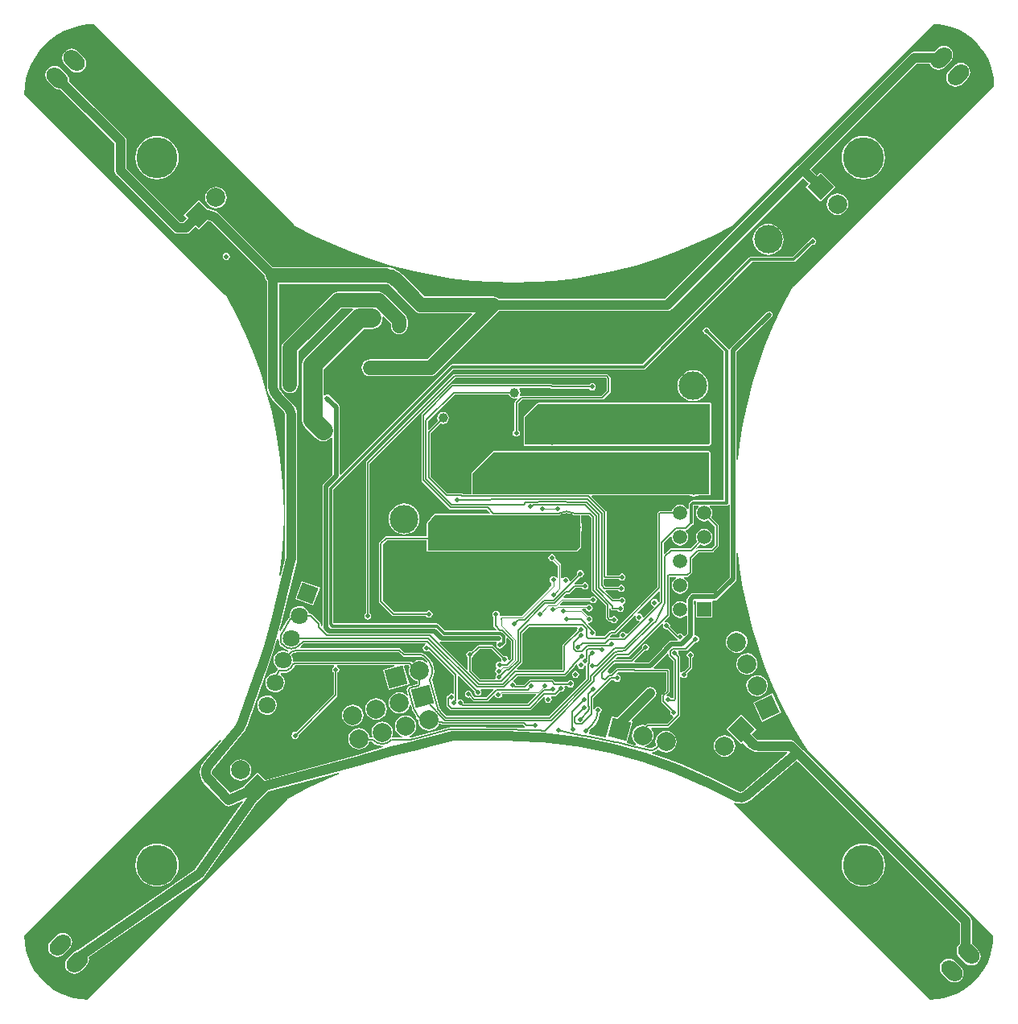
<source format=gbl>
G04*
G04 #@! TF.GenerationSoftware,Altium Limited,Altium Designer,20.1.14 (287)*
G04*
G04 Layer_Physical_Order=2*
G04 Layer_Color=16711680*
%FSLAX25Y25*%
%MOIN*%
G70*
G04*
G04 #@! TF.SameCoordinates,3184D8B6-75A7-45C6-B4AC-6B65BD642244*
G04*
G04*
G04 #@! TF.FilePolarity,Positive*
G04*
G01*
G75*
%ADD11C,0.01181*%
%ADD12C,0.00787*%
%ADD15C,0.00591*%
%ADD79C,0.07087*%
%ADD90C,0.01968*%
%ADD91C,0.00472*%
%ADD92C,0.07874*%
%ADD94C,0.03937*%
%ADD95C,0.05906*%
%ADD97C,0.07874*%
%ADD98P,0.11136X4X250.0*%
%ADD99P,0.11136X4X360.0*%
%ADD100P,0.11136X4X120.0*%
%ADD102P,0.11136X4X90.0*%
%ADD103P,0.10022X4X295.0*%
%ADD104P,0.11136X4X150.0*%
%ADD105R,0.05906X0.05906*%
%ADD106C,0.05906*%
%ADD107C,0.11811*%
%ADD108C,0.01968*%
%ADD109C,0.03937*%
%ADD110C,0.16929*%
%ADD111C,0.00787*%
G04:AMPARAMS|DCode=112|XSize=66.93mil|YSize=98.43mil|CornerRadius=0mil|HoleSize=0mil|Usage=FLASHONLY|Rotation=315.000|XOffset=0mil|YOffset=0mil|HoleType=Round|Shape=Round|*
%AMOVALD112*
21,1,0.03150,0.06693,0.00000,0.00000,45.0*
1,1,0.06693,-0.01114,-0.01114*
1,1,0.06693,0.01114,0.01114*
%
%ADD112OVALD112*%

G04:AMPARAMS|DCode=113|XSize=66.93mil|YSize=98.43mil|CornerRadius=0mil|HoleSize=0mil|Usage=FLASHONLY|Rotation=45.000|XOffset=0mil|YOffset=0mil|HoleType=Round|Shape=Round|*
%AMOVALD113*
21,1,0.03150,0.06693,0.00000,0.00000,135.0*
1,1,0.06693,0.01114,-0.01114*
1,1,0.06693,-0.01114,0.01114*
%
%ADD113OVALD113*%

G36*
X28958Y238832D02*
X29005Y238597D01*
X29220Y238275D01*
X29445Y238125D01*
X29426Y238093D01*
X29781Y237884D01*
X29857Y237844D01*
X37364Y233887D01*
X45124Y230244D01*
X53044Y226964D01*
X61107Y224052D01*
X69296Y221517D01*
X77593Y219362D01*
X85981Y217592D01*
X94441Y216212D01*
X102957Y215224D01*
X111509Y214631D01*
X120079Y214433D01*
X128649Y214631D01*
X137201Y215224D01*
X145716Y216212D01*
X154177Y217592D01*
X162565Y219362D01*
X170862Y221517D01*
X179050Y224052D01*
X187113Y226964D01*
X195033Y230244D01*
X202793Y233887D01*
X210377Y237884D01*
X210967Y238231D01*
X210952Y238259D01*
X211175Y238409D01*
X211239Y238504D01*
X211317Y238556D01*
X294194Y321434D01*
X296545Y321302D01*
X299353Y320825D01*
X302089Y320036D01*
X304721Y318946D01*
X307214Y317568D01*
X309536Y315920D01*
X311660Y314022D01*
X313558Y311899D01*
X315206Y309576D01*
X316584Y307083D01*
X317674Y304452D01*
X318462Y301715D01*
X318939Y298907D01*
X319099Y296063D01*
X319083Y295781D01*
X236131Y212829D01*
X235861Y212648D01*
X235711Y212424D01*
X235678Y212442D01*
X235470Y212088D01*
X235430Y212011D01*
X231473Y204504D01*
X227830Y196744D01*
X224550Y188824D01*
X221638Y180761D01*
X219103Y172573D01*
X216948Y164275D01*
X215178Y155888D01*
X213798Y147427D01*
X213069Y141143D01*
X212569Y141172D01*
Y185666D01*
X227034Y200131D01*
X227034Y200131D01*
X227356Y200613D01*
X227469Y201181D01*
X227356Y201749D01*
X227034Y202231D01*
X226553Y202553D01*
X225984Y202666D01*
X225416Y202553D01*
X224934Y202231D01*
X224934Y202231D01*
X210034Y187331D01*
X209712Y186849D01*
X209705Y186815D01*
X209701Y186813D01*
X209185Y186762D01*
X209034Y186987D01*
X201473Y194547D01*
X201372Y195057D01*
X201050Y195538D01*
X200568Y195860D01*
X200000Y195973D01*
X199432Y195860D01*
X198950Y195538D01*
X198628Y195057D01*
X198515Y194488D01*
X198628Y193920D01*
X198950Y193438D01*
X199432Y193116D01*
X199941Y193015D01*
X207184Y185772D01*
Y124312D01*
X194393D01*
X194393Y124312D01*
X193978Y124230D01*
X193626Y123995D01*
X193626Y123995D01*
X192934Y123303D01*
X192700Y122951D01*
X192617Y122537D01*
Y120763D01*
X192117Y120664D01*
X192083Y120747D01*
X191533Y121463D01*
X190818Y122012D01*
X189985Y122357D01*
X189091Y122474D01*
X188196Y122357D01*
X187363Y122012D01*
X186648Y121463D01*
X186099Y120747D01*
X185754Y119914D01*
X185739Y119802D01*
X180858D01*
X180558Y119743D01*
X180304Y119573D01*
X179958Y119227D01*
X179789Y118973D01*
X179729Y118674D01*
Y88254D01*
X161748Y70273D01*
X160435D01*
X160135Y70213D01*
X159881Y70043D01*
X157794Y67957D01*
X154212D01*
X153950Y68457D01*
X154128Y68723D01*
X154241Y69291D01*
X154128Y69860D01*
X153806Y70342D01*
X153324Y70663D01*
X153317Y70665D01*
X153309Y70676D01*
X153309Y70676D01*
X150882Y73104D01*
X151128Y73564D01*
X151378Y73515D01*
X151946Y73628D01*
X152428Y73950D01*
X152750Y74432D01*
X152863Y75000D01*
X152750Y75568D01*
X152428Y76050D01*
X151946Y76372D01*
X151378Y76485D01*
X150991Y76408D01*
X148485Y78915D01*
X148504Y79086D01*
X148656Y79415D01*
X150033D01*
X150104Y79058D01*
X150426Y78576D01*
X150908Y78254D01*
X151476Y78141D01*
X152045Y78254D01*
X152527Y78576D01*
X152849Y79058D01*
X152962Y79626D01*
X152849Y80194D01*
X152527Y80676D01*
X152045Y80998D01*
X151476Y81111D01*
X150908Y80998D01*
X150669Y80839D01*
X150560Y80860D01*
X139494D01*
X139303Y81322D01*
X140329Y82348D01*
X151880D01*
X152099Y82021D01*
X152581Y81699D01*
X153150Y81586D01*
X153718Y81699D01*
X154200Y82021D01*
X154522Y82503D01*
X154635Y83071D01*
X154522Y83639D01*
X154200Y84121D01*
X153718Y84443D01*
X153150Y84556D01*
X152581Y84443D01*
X152099Y84121D01*
X151880Y83793D01*
X141092D01*
X140901Y84255D01*
X142182Y85536D01*
X143110D01*
X143410Y85596D01*
X143664Y85765D01*
X145895Y87997D01*
X148476D01*
X148654Y87729D01*
X149136Y87407D01*
X149705Y87294D01*
X150273Y87407D01*
X150755Y87729D01*
X151077Y88211D01*
X151190Y88779D01*
X151077Y89348D01*
X150755Y89830D01*
X150273Y90152D01*
X149705Y90265D01*
X149136Y90152D01*
X148654Y89830D01*
X148476Y89562D01*
X145571D01*
X145571Y89562D01*
X145270Y90010D01*
X145254Y90112D01*
X147601Y92459D01*
X147835Y92412D01*
X148403Y92526D01*
X148885Y92847D01*
X149207Y93329D01*
X149320Y93898D01*
X149207Y94466D01*
X148885Y94948D01*
X148403Y95270D01*
X147835Y95383D01*
X147266Y95270D01*
X146784Y94948D01*
X146463Y94466D01*
X146349Y93898D01*
X146429Y93500D01*
X143667Y90738D01*
X143206Y90984D01*
X143218Y91043D01*
X143104Y91612D01*
X142782Y92093D01*
X142301Y92415D01*
X141732Y92528D01*
X141164Y92415D01*
X140682Y92093D01*
X140662Y92063D01*
X139987Y91953D01*
X139896Y92024D01*
Y97441D01*
X139841Y97717D01*
X139684Y97952D01*
X137448Y100188D01*
X137509Y100492D01*
X137396Y101060D01*
X137074Y101542D01*
X136592Y101864D01*
X136024Y101977D01*
X135455Y101864D01*
X134973Y101542D01*
X134651Y101060D01*
X134538Y100492D01*
X134651Y99924D01*
X134973Y99442D01*
X135455Y99120D01*
X136024Y99007D01*
X136492Y99100D01*
X138451Y97142D01*
Y92220D01*
X138360Y92150D01*
X137685Y92260D01*
X137664Y92290D01*
X137182Y92612D01*
X136614Y92725D01*
X136046Y92612D01*
X135564Y92290D01*
X135242Y91808D01*
X135129Y91240D01*
X135242Y90672D01*
X135564Y90190D01*
X135892Y89971D01*
Y89061D01*
X134646Y87815D01*
Y87795D01*
X126378Y79528D01*
X126358D01*
X123360Y76530D01*
X115288D01*
X115012Y76475D01*
X114778Y76318D01*
X114744Y76285D01*
X114294Y76542D01*
X114379Y76968D01*
X114266Y77537D01*
X113944Y78019D01*
X113462Y78341D01*
X112894Y78454D01*
X112325Y78341D01*
X111844Y78019D01*
X111521Y77537D01*
X111408Y76968D01*
X111521Y76400D01*
X111816Y75960D01*
Y72233D01*
X111875Y71933D01*
X112045Y71679D01*
X112977Y70747D01*
X112786Y70285D01*
X91778D01*
X89072Y72991D01*
X88720Y73226D01*
X88305Y73308D01*
X45629D01*
X45572Y73365D01*
Y128685D01*
X95331Y178444D01*
X174016D01*
X174431Y178526D01*
X174782Y178761D01*
X218953Y222932D01*
X236221D01*
X236635Y223014D01*
X236987Y223249D01*
X243806Y230068D01*
X244094Y230011D01*
X244663Y230124D01*
X245145Y230446D01*
X245467Y230928D01*
X245580Y231496D01*
X245467Y232064D01*
X245145Y232546D01*
X244663Y232868D01*
X244094Y232981D01*
X243526Y232868D01*
X243044Y232546D01*
X242722Y232064D01*
X242719Y232047D01*
X235771Y225100D01*
X218504D01*
X218089Y225017D01*
X217738Y224782D01*
X173567Y180611D01*
X94882D01*
X94467Y180529D01*
X94116Y180294D01*
X94116Y180294D01*
X48680Y134858D01*
X48217Y135049D01*
Y162716D01*
X48217Y162716D01*
X48105Y163285D01*
X47782Y163767D01*
X47782Y163767D01*
X43964Y167586D01*
X43482Y167908D01*
X42913Y168021D01*
X42345Y167908D01*
X41955Y167647D01*
X41620Y167754D01*
X41455Y167869D01*
Y178473D01*
X58141Y195159D01*
X61417D01*
X62568Y195310D01*
X63641Y195755D01*
X64562Y196461D01*
X65269Y197382D01*
X65713Y198455D01*
X65865Y199606D01*
X65808Y200034D01*
X66282Y200268D01*
X69380Y197170D01*
Y196457D01*
X69498Y195563D01*
X69843Y194729D01*
X70392Y194014D01*
X71107Y193465D01*
X71940Y193120D01*
X72835Y193002D01*
X73729Y193120D01*
X74562Y193465D01*
X75278Y194014D01*
X75827Y194729D01*
X76172Y195563D01*
X76289Y196457D01*
Y198601D01*
X76289Y198601D01*
X76172Y199495D01*
X75827Y200328D01*
X75278Y201044D01*
X75278Y201044D01*
X66758Y209563D01*
X66043Y210112D01*
X65210Y210457D01*
X64315Y210575D01*
X47278D01*
X46383Y210457D01*
X45550Y210112D01*
X44835Y209563D01*
X44835Y209563D01*
X25116Y189845D01*
X24567Y189129D01*
X24222Y188296D01*
X24104Y187402D01*
Y172047D01*
X24222Y171153D01*
X24567Y170320D01*
X25116Y169604D01*
X25832Y169055D01*
X26665Y168710D01*
X27559Y168593D01*
X28453Y168710D01*
X29286Y169055D01*
X30002Y169604D01*
X30551Y170320D01*
X30896Y171153D01*
X31014Y172047D01*
Y185971D01*
X48709Y203665D01*
X53524D01*
X53694Y203165D01*
X53154Y202751D01*
X53154Y202751D01*
X33863Y183460D01*
X33156Y182539D01*
X32712Y181466D01*
X32560Y180315D01*
Y157480D01*
X32712Y156329D01*
X33156Y155257D01*
X33863Y154335D01*
X38194Y150005D01*
X39115Y149298D01*
X40187Y148854D01*
X41339Y148702D01*
X42490Y148854D01*
X43562Y149298D01*
X44483Y150005D01*
X44747Y150348D01*
X45247Y150179D01*
Y134888D01*
X41391Y131032D01*
X41069Y130550D01*
X40956Y129982D01*
X40956Y129982D01*
Y72392D01*
X40456Y72138D01*
X40273Y72271D01*
Y73134D01*
X40273Y73134D01*
X40213Y73434D01*
X40043Y73687D01*
X40043Y73687D01*
X36705Y77025D01*
X36451Y77195D01*
X36152Y77255D01*
X35391D01*
X35098Y78184D01*
X34530Y79075D01*
X33751Y79790D01*
X32813Y80278D01*
X31780Y80507D01*
X30724Y80461D01*
X29716Y80143D01*
X28824Y79575D01*
X28110Y78795D01*
X27621Y77857D01*
X27393Y76825D01*
X27438Y75789D01*
X27334Y75685D01*
X27304Y75665D01*
X26959Y75474D01*
X26876Y75430D01*
X26629Y75039D01*
X26629Y75038D01*
X26625Y75016D01*
X26578Y74781D01*
X23816Y70235D01*
X23678Y70143D01*
X23637Y70152D01*
X23217Y70362D01*
X23700Y72337D01*
X23802Y72554D01*
X30253Y98643D01*
X30260Y98803D01*
X30301Y98939D01*
X30408Y100021D01*
X30441Y100189D01*
Y159787D01*
X30408Y159955D01*
X30301Y161037D01*
X29937Y162239D01*
X29344Y163347D01*
X28648Y164196D01*
X28556Y164334D01*
X25102Y167787D01*
X25003Y167853D01*
X23934Y169105D01*
X23352Y170055D01*
X23108Y170484D01*
Y170484D01*
X22965Y170935D01*
X22932Y171096D01*
X22945Y171162D01*
X22946Y213868D01*
X67239D01*
X67321Y213879D01*
X68187Y213707D01*
X68921Y213216D01*
X68972Y213150D01*
X79447Y202675D01*
X79447Y202675D01*
X80162Y202126D01*
X80996Y201781D01*
X81890Y201663D01*
X81890Y201663D01*
X102817D01*
X103009Y201201D01*
X84396Y182589D01*
X60630D01*
X59736Y182471D01*
X58903Y182126D01*
X58187Y181577D01*
X57638Y180861D01*
X57293Y180028D01*
X57175Y179134D01*
X57293Y178240D01*
X57638Y177407D01*
X58187Y176691D01*
X58903Y176142D01*
X59736Y175797D01*
X60630Y175679D01*
X85827D01*
X86721Y175797D01*
X87554Y176142D01*
X88270Y176691D01*
X114208Y202629D01*
X183858D01*
X184811Y202819D01*
X185618Y203358D01*
X239961Y257701D01*
X242374Y255287D01*
X241016Y253929D01*
X247252Y247693D01*
X253488Y253929D01*
X247252Y260165D01*
X245894Y258807D01*
X243480Y261221D01*
X287244Y304984D01*
X292574D01*
X292803Y304433D01*
X293415Y303635D01*
X294212Y303023D01*
X295141Y302638D01*
X296138Y302507D01*
X297135Y302638D01*
X298064Y303023D01*
X298862Y303635D01*
X301089Y305862D01*
X301701Y306660D01*
X302086Y307589D01*
X302217Y308586D01*
X302086Y309583D01*
X301701Y310512D01*
X301089Y311310D01*
X300291Y311922D01*
X299362Y312307D01*
X298365Y312438D01*
X297369Y312307D01*
X296440Y311922D01*
X295642Y311310D01*
X294293Y309961D01*
X286213D01*
X285260Y309772D01*
X284453Y309232D01*
X238004Y262783D01*
X182827Y207607D01*
X114194D01*
X113538Y208110D01*
X112705Y208455D01*
X111811Y208573D01*
X83321D01*
X74211Y217683D01*
X73869Y218047D01*
X73869Y218047D01*
X72448Y219213D01*
X70827Y220079D01*
X69068Y220613D01*
X67239Y220793D01*
Y220778D01*
X20537D01*
X-1804Y243119D01*
X-2207Y243388D01*
X-2608Y243657D01*
X-5416Y244825D01*
X-5418Y244826D01*
X-5419Y244827D01*
X-5894Y244921D01*
X-6368Y245016D01*
X-6370Y245016D01*
X-6372Y245016D01*
X-6481D01*
X-10228Y248763D01*
X-16464Y242528D01*
X-15106Y241169D01*
X-16723Y239553D01*
X-17923D01*
X-40205Y261835D01*
Y273009D01*
X-40395Y273961D01*
X-40934Y274769D01*
X-63971Y297806D01*
X-63932Y298099D01*
X-64064Y299096D01*
X-64448Y300025D01*
X-65060Y300823D01*
X-67287Y303050D01*
X-68085Y303662D01*
X-69014Y304047D01*
X-70011Y304178D01*
X-71008Y304047D01*
X-71937Y303662D01*
X-72735Y303050D01*
X-73347Y302252D01*
X-73732Y301323D01*
X-73863Y300326D01*
X-73732Y299329D01*
X-73347Y298400D01*
X-72735Y297603D01*
X-70508Y295375D01*
X-69710Y294763D01*
X-68781Y294378D01*
X-67784Y294247D01*
X-67491Y294286D01*
X-45183Y271978D01*
Y260804D01*
X-44993Y259852D01*
X-44454Y259044D01*
X-20713Y235304D01*
X-19906Y234765D01*
X-18954Y234575D01*
X-15692D01*
X-14740Y234765D01*
X-13932Y235304D01*
X-11587Y237650D01*
X-10228Y236292D01*
X-6595Y239925D01*
X-4975Y239251D01*
X17028Y217248D01*
X17135Y216429D01*
X17481Y215595D01*
X17968Y214960D01*
X17968Y171162D01*
X18002Y170993D01*
X18108Y169912D01*
X18473Y168709D01*
X18518Y168625D01*
X18596Y168450D01*
X18612Y168374D01*
X18722Y168172D01*
X18981Y167749D01*
X19932Y166198D01*
X21265Y164636D01*
X21581Y164266D01*
X21581Y164266D01*
X21583Y164268D01*
X21583Y164267D01*
X25036Y160814D01*
X25036Y160814D01*
X25094Y160776D01*
X25378Y160351D01*
X25477Y159852D01*
X25464Y159787D01*
Y100314D01*
X25421Y99840D01*
X25421Y99839D01*
X25421Y99838D01*
X23716Y92942D01*
X23223Y93031D01*
X24146Y100988D01*
X24739Y109540D01*
X24937Y118110D01*
X24739Y126680D01*
X24146Y135232D01*
X23158Y143747D01*
X21778Y152208D01*
X20008Y160596D01*
X17853Y168893D01*
X15318Y177082D01*
X12406Y185145D01*
X9126Y193065D01*
X5483Y200825D01*
X1486Y208408D01*
X1139Y208999D01*
X1111Y208983D01*
X962Y209206D01*
X640Y209421D01*
X274Y209494D01*
X-82537Y292305D01*
X-82541Y292375D01*
X-82357Y295638D01*
X-81810Y298860D01*
X-80905Y302000D01*
X-79655Y305019D01*
X-78074Y307879D01*
X-76183Y310545D01*
X-74005Y312981D01*
X-71568Y315159D01*
X-68903Y317050D01*
X-66043Y318631D01*
X-63024Y319882D01*
X-59883Y320786D01*
X-56661Y321334D01*
X-53709Y321499D01*
X28958Y238832D01*
D02*
G37*
G36*
X196885Y121644D02*
X196648Y121463D01*
X196099Y120747D01*
X195754Y119914D01*
X195636Y119020D01*
X195754Y118125D01*
X196099Y117292D01*
X196648Y116577D01*
X197363Y116028D01*
X198196Y115683D01*
X199091Y115565D01*
X199985Y115683D01*
X200818Y116028D01*
X200907Y116096D01*
X203548Y113455D01*
Y105836D01*
X202038Y104326D01*
X196524D01*
X196524Y104326D01*
X196225Y104267D01*
X195971Y104097D01*
X195636Y104458D01*
X197274Y106096D01*
X197363Y106028D01*
X198196Y105683D01*
X199091Y105565D01*
X199985Y105683D01*
X200818Y106028D01*
X201533Y106577D01*
X202082Y107292D01*
X202428Y108125D01*
X202545Y109020D01*
X202428Y109914D01*
X202082Y110747D01*
X201533Y111463D01*
X200818Y112012D01*
X199985Y112357D01*
X199091Y112474D01*
X198196Y112357D01*
X197363Y112012D01*
X196648Y111463D01*
X196099Y110747D01*
X195754Y109914D01*
X195636Y109020D01*
X195754Y108125D01*
X196099Y107292D01*
X196167Y107203D01*
X193290Y104326D01*
X185433D01*
X185433Y104326D01*
X185134Y104267D01*
X184880Y104097D01*
X184880Y104097D01*
X182819Y102037D01*
X182358Y102228D01*
Y106441D01*
X185192Y109276D01*
X185485Y109131D01*
X185637Y109013D01*
X185754Y108125D01*
X186099Y107292D01*
X186648Y106577D01*
X187363Y106028D01*
X188196Y105683D01*
X189091Y105565D01*
X189985Y105683D01*
X190818Y106028D01*
X191533Y106577D01*
X192083Y107292D01*
X192428Y108125D01*
X192545Y109020D01*
X192428Y109914D01*
X192083Y110747D01*
X191533Y111463D01*
X191510Y111480D01*
X191663Y111994D01*
X191780Y112017D01*
X192034Y112187D01*
X193730Y113883D01*
X194116Y113959D01*
X194467Y114194D01*
X194702Y114546D01*
X194785Y114961D01*
Y122088D01*
X194842Y122144D01*
X196715D01*
X196885Y121644D01*
D02*
G37*
G36*
X209599Y122407D02*
Y92408D01*
X202928Y85737D01*
X194460D01*
X193892Y85624D01*
X193410Y85302D01*
X193410Y85302D01*
X192257Y84149D01*
X191935Y83667D01*
X191822Y83099D01*
X191822Y83099D01*
Y81871D01*
X191322Y81625D01*
X190818Y82012D01*
X189985Y82357D01*
X189091Y82474D01*
X188196Y82357D01*
X187363Y82012D01*
X186648Y81463D01*
X186099Y80747D01*
X185754Y79914D01*
X185636Y79020D01*
X185754Y78126D01*
X186099Y77292D01*
X186648Y76577D01*
X187363Y76028D01*
X188196Y75683D01*
X189091Y75565D01*
X189985Y75683D01*
X190818Y76028D01*
X191515Y76562D01*
X191694Y76535D01*
X192015Y76426D01*
Y68918D01*
X191027Y67931D01*
X190485Y68095D01*
X190447Y68285D01*
X190125Y68767D01*
X189643Y69089D01*
X189075Y69202D01*
X188506Y69089D01*
X188098Y68816D01*
X184887Y72027D01*
X184950Y72342D01*
X184837Y72911D01*
X184515Y73393D01*
X184033Y73715D01*
X183465Y73828D01*
X182914Y73718D01*
X182879Y73741D01*
X182620Y74131D01*
X184510Y76021D01*
X184680Y76275D01*
X184739Y76575D01*
Y92524D01*
X187294D01*
X187394Y92024D01*
X187363Y92012D01*
X186648Y91463D01*
X186099Y90747D01*
X185754Y89914D01*
X185636Y89020D01*
X185754Y88125D01*
X186099Y87292D01*
X186648Y86577D01*
X187363Y86028D01*
X188196Y85683D01*
X189091Y85565D01*
X189985Y85683D01*
X190818Y86028D01*
X191533Y86577D01*
X192083Y87292D01*
X192428Y88125D01*
X192545Y89020D01*
X192428Y89914D01*
X192083Y90747D01*
X191533Y91463D01*
X190818Y92012D01*
X190787Y92024D01*
X190887Y92524D01*
X192126D01*
X192426Y92584D01*
X192680Y92754D01*
X193861Y93935D01*
X194030Y94189D01*
X194090Y94488D01*
Y100002D01*
X196848Y102761D01*
X202362D01*
X202662Y102820D01*
X202916Y102990D01*
X204884Y104958D01*
X205054Y105212D01*
X205114Y105512D01*
Y113779D01*
X205054Y114079D01*
X204884Y114333D01*
X202014Y117203D01*
X202082Y117292D01*
X202428Y118125D01*
X202545Y119020D01*
X202428Y119914D01*
X202082Y120747D01*
X201533Y121463D01*
X201296Y121644D01*
X201466Y122144D01*
X208268D01*
X208682Y122227D01*
X209034Y122462D01*
X209099Y122558D01*
X209599Y122407D01*
D02*
G37*
G36*
X213798Y96152D02*
X215178Y87692D01*
X216948Y79304D01*
X219103Y71007D01*
X221638Y62818D01*
X224550Y54755D01*
X227830Y46835D01*
X231473Y39075D01*
X235470Y31492D01*
X239813Y24101D01*
X241891Y20913D01*
X241891Y20913D01*
X242006Y20741D01*
X242276Y20561D01*
X318900Y-56063D01*
X318734Y-59009D01*
X318237Y-61935D01*
X317416Y-64787D01*
X316280Y-67528D01*
X314845Y-70126D01*
X313127Y-72546D01*
X311150Y-74759D01*
X308937Y-76736D01*
X306517Y-78454D01*
X303919Y-79889D01*
X301178Y-81025D01*
X298326Y-81846D01*
X295400Y-82344D01*
X292660Y-82498D01*
X211565Y-1403D01*
X211830Y-961D01*
X212888Y-1282D01*
X214138Y-1405D01*
X215388Y-1282D01*
X216591Y-917D01*
X217699Y-325D01*
X218056Y-32D01*
X218284Y94D01*
X237578Y16383D01*
X305051Y-51091D01*
Y-59376D01*
X304816Y-59556D01*
X304204Y-60354D01*
X303819Y-61283D01*
X303688Y-62280D01*
X303819Y-63277D01*
X304204Y-64206D01*
X304816Y-65004D01*
X307044Y-67231D01*
X307841Y-67843D01*
X308770Y-68228D01*
X309767Y-68359D01*
X310764Y-68228D01*
X311693Y-67843D01*
X312491Y-67231D01*
X313103Y-66433D01*
X313488Y-65504D01*
X313619Y-64507D01*
X313488Y-63510D01*
X313103Y-62581D01*
X312491Y-61783D01*
X310264Y-59556D01*
X310029Y-59376D01*
Y-50060D01*
X309839Y-49107D01*
X309300Y-48300D01*
X239480Y21520D01*
X236799Y24201D01*
X235992Y24740D01*
X235039Y24930D01*
X221709D01*
X221644Y24917D01*
X221145Y25016D01*
X221067Y25068D01*
X220685Y25354D01*
X220337Y25702D01*
X218657Y27382D01*
X220803Y29528D01*
X214567Y35763D01*
X208331Y29528D01*
X214567Y23292D01*
X215138Y23862D01*
X217166Y21834D01*
X217309Y21738D01*
X218149Y21049D01*
X219257Y20457D01*
X220459Y20092D01*
X221541Y19986D01*
X221709Y19952D01*
X221710Y19952D01*
X233314D01*
X233497Y19452D01*
X215072Y3897D01*
X215058Y3879D01*
X214703Y3642D01*
X214138Y3529D01*
X213574Y3642D01*
X213463Y3716D01*
Y3716D01*
X213440Y3729D01*
X213423Y3743D01*
X213423Y3743D01*
X213414Y3745D01*
X213398Y3756D01*
X200661Y9945D01*
X200443Y10002D01*
X197846Y11283D01*
X190260Y14621D01*
X182535Y17625D01*
X177469Y19345D01*
X177519Y19856D01*
X178035Y19924D01*
X179093Y20362D01*
X180001Y21059D01*
X180211Y20985D01*
X180463Y20887D01*
X181058Y20430D01*
X182130Y19986D01*
X183281Y19834D01*
X184432Y19986D01*
X185505Y20430D01*
X186426Y21137D01*
X187133Y22058D01*
X187577Y23131D01*
X187729Y24282D01*
X187577Y25433D01*
X187133Y26506D01*
X186426Y27427D01*
X185505Y28134D01*
X184432Y28578D01*
X183281Y28729D01*
X182130Y28578D01*
X181058Y28134D01*
X180136Y27427D01*
X179430Y26506D01*
X178985Y25433D01*
X178834Y24282D01*
X178985Y23131D01*
X179037Y23005D01*
X179029Y22706D01*
X178730Y22330D01*
X178194Y21919D01*
X177570Y21660D01*
X176901Y21572D01*
X176901Y21572D01*
Y21572D01*
X176407Y21587D01*
X174404Y22021D01*
X174425Y22528D01*
X174773Y22574D01*
X175846Y23018D01*
X176767Y23725D01*
X177474Y24646D01*
X177918Y25719D01*
X178070Y26870D01*
X177918Y28021D01*
X177474Y29094D01*
X177004Y29706D01*
X177251Y30206D01*
X184024D01*
X184324Y30265D01*
X184578Y30435D01*
X188841Y34698D01*
X189011Y34952D01*
X189070Y35252D01*
Y51056D01*
X189570Y51208D01*
X189698Y51017D01*
X190180Y50695D01*
X190748Y50582D01*
X191316Y50695D01*
X191798Y51017D01*
X192120Y51499D01*
X192233Y52067D01*
X192122Y52629D01*
X193950Y54457D01*
X194120Y54711D01*
X194179Y55011D01*
Y58945D01*
X194447Y59124D01*
X194769Y59606D01*
X194882Y60174D01*
X194769Y60742D01*
X194447Y61224D01*
X193965Y61546D01*
X193396Y61659D01*
X192828Y61546D01*
X192346Y61224D01*
X192024Y60742D01*
X191911Y60174D01*
X192024Y59606D01*
X192346Y59124D01*
X192614Y58945D01*
Y55335D01*
X190817Y53538D01*
X190748Y53552D01*
X190180Y53439D01*
X189698Y53117D01*
X189570Y52926D01*
X189070Y53078D01*
Y59547D01*
X189070Y59547D01*
X189011Y59847D01*
X188841Y60101D01*
X188841Y60101D01*
X188332Y60610D01*
X188395Y60925D01*
X188282Y61494D01*
X188549Y61993D01*
X191516D01*
X191815Y62052D01*
X192069Y62222D01*
X195255Y65408D01*
X195571Y65346D01*
X196139Y65459D01*
X196621Y65781D01*
X196943Y66262D01*
X197056Y66831D01*
X196943Y67399D01*
X196621Y67881D01*
X196139Y68203D01*
X195571Y68316D01*
X195483Y68299D01*
X194985Y68709D01*
Y80846D01*
X194985Y80846D01*
X194872Y81415D01*
X194792Y81534D01*
Y82484D01*
X195075Y82767D01*
X195299D01*
X195665Y82445D01*
X195665Y82267D01*
Y75595D01*
X202516D01*
Y82267D01*
X202516Y82445D01*
X202882Y82767D01*
X203543D01*
X203543Y82767D01*
X204112Y82880D01*
X204593Y83202D01*
X212134Y90742D01*
X212134Y90742D01*
X212456Y91224D01*
X212569Y91793D01*
X212569Y91793D01*
Y102407D01*
X213069Y102436D01*
X213798Y96152D01*
D02*
G37*
G36*
X180792Y86449D02*
Y82460D01*
X180403Y82133D01*
X179953Y82270D01*
X179915Y82458D01*
X179594Y82940D01*
X179112Y83262D01*
X178543Y83375D01*
X177975Y83262D01*
X177493Y82940D01*
X177171Y82458D01*
X177058Y81890D01*
X177171Y81321D01*
X177493Y80840D01*
X177975Y80518D01*
X178163Y80480D01*
X178328Y79938D01*
X174107Y75717D01*
X173806Y75824D01*
X173621Y75938D01*
X173518Y76454D01*
X173196Y76936D01*
X172714Y77258D01*
X172146Y77371D01*
X171674Y77277D01*
X171438Y77561D01*
X171379Y77689D01*
X180330Y86641D01*
X180792Y86449D01*
D02*
G37*
G36*
X170470Y76594D02*
X170754Y76358D01*
X170660Y75886D01*
X170773Y75318D01*
X171096Y74836D01*
X171577Y74514D01*
X172094Y74411D01*
X172208Y74225D01*
X172314Y73924D01*
X167382Y68992D01*
X166839Y69156D01*
X166574Y69554D01*
X166092Y69876D01*
X165523Y69989D01*
X164955Y69876D01*
X164473Y69554D01*
X164151Y69072D01*
X164038Y68504D01*
X164151Y67936D01*
X164175Y67900D01*
X163908Y67400D01*
X160159D01*
X159952Y67900D01*
X160759Y68707D01*
X162072D01*
X162372Y68767D01*
X162626Y68936D01*
X170342Y76653D01*
X170470Y76594D01*
D02*
G37*
G36*
X182066Y72928D02*
X182089Y72893D01*
X181979Y72342D01*
X182092Y71774D01*
X182414Y71292D01*
X182896Y70970D01*
X183465Y70857D01*
X183780Y70920D01*
X187537Y67163D01*
X187791Y66993D01*
X187808Y66990D01*
X188025Y66666D01*
X188107Y66611D01*
X187955Y66111D01*
X185377D01*
X185377Y66111D01*
X184808Y65998D01*
X184326Y65676D01*
X184326Y65676D01*
X182158Y63508D01*
X181836Y63026D01*
X181799Y62836D01*
X176156Y57194D01*
X170371D01*
X170180Y57656D01*
X174488Y61963D01*
X174803Y61901D01*
X175372Y62014D01*
X175853Y62336D01*
X176175Y62818D01*
X176288Y63386D01*
X176175Y63954D01*
X175853Y64436D01*
X175372Y64758D01*
X174803Y64871D01*
X174235Y64758D01*
X173753Y64436D01*
X173431Y63954D01*
X173318Y63386D01*
X173381Y63070D01*
X168729Y58419D01*
X162670D01*
X162479Y58881D01*
X163091Y59493D01*
X167657D01*
X167957Y59552D01*
X168211Y59722D01*
X181676Y73188D01*
X182066Y72928D01*
D02*
G37*
G36*
X119099Y65767D02*
Y58780D01*
X118507Y58188D01*
X118333Y58217D01*
X117997Y58385D01*
X117908Y58836D01*
X117586Y59318D01*
X117104Y59640D01*
X116535Y59753D01*
X116220Y59690D01*
X111872Y64038D01*
X111618Y64207D01*
X111319Y64267D01*
X105610D01*
X105311Y64207D01*
X105057Y64038D01*
X102674Y61655D01*
X102537Y61746D01*
X101969Y61859D01*
X101400Y61746D01*
X100918Y61424D01*
X100596Y60942D01*
X100483Y60374D01*
X100596Y59806D01*
X100918Y59324D01*
X101186Y59145D01*
Y54413D01*
X100724Y54222D01*
X89469Y65477D01*
X89787Y65865D01*
X89912Y65782D01*
X90481Y65669D01*
X90481Y65669D01*
X112972D01*
X113226Y65169D01*
X113042Y64894D01*
X112929Y64325D01*
X113042Y63757D01*
X113365Y63275D01*
X113846Y62953D01*
X114415Y62840D01*
X114983Y62953D01*
X115465Y63275D01*
X115760Y63716D01*
X115766Y63718D01*
X116118Y63952D01*
X116810Y64644D01*
X116810Y64644D01*
X117045Y64996D01*
X117127Y65411D01*
X117127Y65411D01*
Y67086D01*
X117589Y67277D01*
X119099Y65767D01*
D02*
G37*
G36*
X22837Y66481D02*
X22880Y66265D01*
X22973Y66126D01*
X23115Y65123D01*
X23210Y64457D01*
X23242Y64364D01*
X23261Y64267D01*
X23292Y64221D01*
X23311Y64169D01*
X23376Y64095D01*
X23431Y64013D01*
X23477Y63983D01*
X23515Y63941D01*
X23603Y63898D01*
X23685Y63844D01*
X23740Y63833D01*
X23790Y63809D01*
X23888Y63803D01*
X23937Y63794D01*
X24299Y63460D01*
X24299Y63460D01*
X25401Y62615D01*
X26653Y62096D01*
X26708Y61973D01*
X26800Y61563D01*
X26686Y61465D01*
X26080Y61780D01*
X25048Y62009D01*
X23991Y61963D01*
X22983Y61645D01*
X22091Y61077D01*
X21377Y60297D01*
X20889Y59359D01*
X20660Y58327D01*
X20706Y57271D01*
X21024Y56262D01*
X21592Y55370D01*
X22218Y54797D01*
X22370Y54642D01*
X22296Y54132D01*
X21921Y53676D01*
X21426Y52749D01*
X20625Y52714D01*
X19617Y52396D01*
X18725Y51828D01*
X18011Y51048D01*
X17522Y50110D01*
X17293Y49078D01*
X17340Y48022D01*
X17658Y47013D01*
X18226Y46121D01*
X19005Y45407D01*
X19943Y44919D01*
X20975Y44690D01*
X22032Y44736D01*
X23040Y45054D01*
X23932Y45622D01*
X24646Y46402D01*
X25135Y47340D01*
X25363Y48372D01*
X25317Y49428D01*
X24999Y50437D01*
X24431Y51328D01*
X23652Y52043D01*
X23639Y52568D01*
X23789Y52772D01*
X24695Y52653D01*
X26072Y52834D01*
X27355Y53366D01*
X28457Y54211D01*
X29303Y55313D01*
X29351Y55428D01*
X29353Y55434D01*
X29575Y55841D01*
Y55841D01*
X30033Y55944D01*
X45712D01*
X45727Y55907D01*
X45795Y55444D01*
X45406Y55184D01*
X45085Y54702D01*
X44971Y54134D01*
X45085Y53566D01*
X45406Y53084D01*
X45674Y52905D01*
Y44025D01*
X29941Y28293D01*
X29626Y28355D01*
X29058Y28242D01*
X28576Y27920D01*
X28254Y27439D01*
X28141Y26870D01*
X28254Y26302D01*
X28576Y25820D01*
X29058Y25498D01*
X29626Y25385D01*
X30194Y25498D01*
X30676Y25820D01*
X30998Y26302D01*
X31111Y26870D01*
X31049Y27186D01*
X47010Y43147D01*
X47180Y43401D01*
X47239Y43701D01*
Y52905D01*
X47507Y53084D01*
X47829Y53566D01*
X47942Y54134D01*
X47829Y54702D01*
X47507Y55184D01*
X47118Y55444D01*
X47187Y55907D01*
X47201Y55944D01*
X70793D01*
X70858Y55448D01*
X66148Y54186D01*
X68430Y45668D01*
X76949Y47950D01*
X74913Y55547D01*
X75217Y55944D01*
X76844D01*
X77055Y55155D01*
X76912Y54807D01*
X76760Y53656D01*
X76912Y52505D01*
X77356Y51433D01*
X78063Y50511D01*
X78984Y49805D01*
X80057Y49360D01*
X80425Y49312D01*
Y48793D01*
X80404Y48667D01*
X80360Y48470D01*
X80324Y48331D01*
X80311Y48291D01*
X80004Y48112D01*
X79899Y48061D01*
X79819Y48032D01*
X77596Y47436D01*
X77440Y47467D01*
X77215Y47423D01*
X77215Y47425D01*
X76988Y47380D01*
X76775Y47237D01*
X76415Y46997D01*
X76033Y46424D01*
X75904Y45776D01*
X75898Y45748D01*
X75987Y45298D01*
X75991Y45292D01*
X76012Y45186D01*
X76117Y45028D01*
X76192Y44872D01*
X76528Y43617D01*
X76071Y43391D01*
X75972Y43521D01*
X75051Y44227D01*
X73978Y44672D01*
X72827Y44823D01*
X71676Y44672D01*
X70603Y44227D01*
X69682Y43521D01*
X68975Y42599D01*
X68531Y41527D01*
X68379Y40376D01*
X68531Y39225D01*
X68975Y38152D01*
X69682Y37231D01*
X70603Y36524D01*
X71676Y36080D01*
X72827Y35928D01*
X73978Y36080D01*
X75051Y36524D01*
X75972Y37231D01*
X76679Y38152D01*
X77123Y39225D01*
X77144Y39386D01*
X77653Y39420D01*
X78013Y38074D01*
X77982Y37918D01*
X78027Y37693D01*
X78025Y37693D01*
X78070Y37466D01*
X78213Y37253D01*
X78355Y37040D01*
X78334Y37000D01*
X78812Y36417D01*
X79424Y35273D01*
X79596Y34806D01*
X79596D01*
X79813Y34378D01*
X79902Y34163D01*
X80553Y33315D01*
X80634Y33253D01*
X80778Y32153D01*
X81223Y31081D01*
X81929Y30160D01*
X82851Y29453D01*
X83923Y29009D01*
X85074Y28857D01*
X86225Y29009D01*
X87298Y29453D01*
X88219Y30160D01*
X88926Y31081D01*
X89171Y31671D01*
X91188Y31261D01*
X91266Y31260D01*
X91344Y31245D01*
X123947D01*
X124703Y30490D01*
X124535Y30015D01*
X124518Y29994D01*
X119557Y30102D01*
X119544Y30105D01*
X98537Y30324D01*
X98475Y30336D01*
X94060D01*
X93761Y30277D01*
X93507Y30107D01*
X93475Y30076D01*
X93413Y30064D01*
X93307Y30057D01*
X93229Y30036D01*
X80324Y26582D01*
X80321Y26582D01*
X79834Y26591D01*
X79564Y26508D01*
X79348Y26441D01*
X78026Y26178D01*
X77595Y26093D01*
X77557Y26124D01*
X77485Y26100D01*
X77293Y26047D01*
X77148Y26120D01*
X77168Y26670D01*
X77639Y26865D01*
X78560Y27572D01*
X79267Y28493D01*
X79711Y29565D01*
X79862Y30716D01*
X79711Y31868D01*
X79267Y32940D01*
X78560Y33861D01*
X77639Y34568D01*
X76566Y35012D01*
X75415Y35164D01*
X74264Y35012D01*
X73191Y34568D01*
X72270Y33861D01*
X71563Y32940D01*
X71119Y31868D01*
X70968Y30716D01*
X71119Y29565D01*
X71563Y28493D01*
X72270Y27572D01*
X73191Y26865D01*
X74121Y26480D01*
X74022Y25980D01*
X70398D01*
X70276Y26010D01*
X70272Y26013D01*
X70234Y26020D01*
X70198Y26029D01*
X69883Y26515D01*
X69877Y26556D01*
X70052Y26977D01*
X70203Y28128D01*
X70052Y29279D01*
X69607Y30352D01*
X68901Y31273D01*
X67980Y31980D01*
X66907Y32424D01*
X65756Y32576D01*
X64605Y32424D01*
X63532Y31980D01*
X62611Y31273D01*
X61904Y30352D01*
X61460Y29279D01*
X61308Y28128D01*
X61460Y26977D01*
X61634Y26556D01*
X61629Y26515D01*
X61313Y26029D01*
X61278Y26020D01*
X61240Y26013D01*
X61235Y26010D01*
X61114Y25980D01*
X60486D01*
X60392Y26691D01*
X59948Y27764D01*
X59241Y28685D01*
X58320Y29392D01*
X57248Y29836D01*
X56097Y29988D01*
X54945Y29836D01*
X53873Y29392D01*
X52952Y28685D01*
X52245Y27764D01*
X51801Y26691D01*
X51649Y25540D01*
X51801Y24389D01*
X52245Y23316D01*
X52952Y22395D01*
X53873Y21688D01*
X54945Y21244D01*
X56097Y21092D01*
X57248Y21244D01*
X58320Y21688D01*
X59241Y22395D01*
X59948Y23316D01*
X60392Y24389D01*
X60396Y24414D01*
X61005D01*
X61051Y24406D01*
X61480Y24319D01*
X61483Y24311D01*
X61491Y24308D01*
X61712Y24085D01*
X61853Y23977D01*
X62897Y23176D01*
X64276Y22605D01*
X65756Y22410D01*
X66061Y22450D01*
X66164Y21959D01*
X60435Y20290D01*
X58566Y19655D01*
X58385Y19633D01*
X58375Y19630D01*
X56840Y19127D01*
X17362Y8559D01*
X14165Y11755D01*
X7930Y5520D01*
Y5520D01*
X7906Y5390D01*
X2705Y3007D01*
X-4478Y10612D01*
X-4519Y10642D01*
X-4787Y11042D01*
X-4899Y11607D01*
X-4787Y12171D01*
X-4558Y12513D01*
X-4547Y12522D01*
X8592Y28618D01*
X8706Y28831D01*
X8943Y29121D01*
X9536Y30229D01*
X9572Y30347D01*
X9650Y30476D01*
X9651Y30479D01*
X9652Y30483D01*
X9654Y30486D01*
X17901Y53171D01*
X17904Y53191D01*
X20550Y60984D01*
X22190Y66611D01*
X22729Y66673D01*
X22837Y66481D01*
D02*
G37*
G36*
X115113Y58583D02*
X115050Y58268D01*
X115153Y57751D01*
X114982Y57547D01*
X114778Y57376D01*
X114261Y57479D01*
X113693Y57366D01*
X113211Y57044D01*
X112889Y56562D01*
X112776Y55994D01*
X112889Y55425D01*
X113211Y54944D01*
Y54742D01*
X113015Y54611D01*
X112693Y54129D01*
X112580Y53561D01*
X112693Y52992D01*
X113015Y52510D01*
X112968Y51941D01*
X112801Y51690D01*
X112688Y51122D01*
X112781Y50653D01*
X112513Y50153D01*
X106466D01*
X102751Y53868D01*
Y59145D01*
X103019Y59324D01*
X103341Y59806D01*
X103416Y60183D01*
X105935Y62701D01*
X110995D01*
X115113Y58583D01*
D02*
G37*
G36*
X74250Y59683D02*
X74504Y59513D01*
X74803Y59453D01*
X81967D01*
X81988Y59432D01*
Y59432D01*
X82422Y59272D01*
X82774Y59048D01*
X83648Y58330D01*
X84441Y57363D01*
X84091Y57001D01*
X83431Y57508D01*
X82359Y57952D01*
X81208Y58104D01*
X80057Y57952D01*
X78984Y57508D01*
X78604Y57216D01*
X78600Y57214D01*
X78492Y57191D01*
X78329Y57196D01*
X77998Y57280D01*
X77913Y57337D01*
X77836Y57404D01*
X77787Y57421D01*
X77744Y57450D01*
X77644Y57470D01*
X77547Y57503D01*
X77495Y57499D01*
X77445Y57509D01*
X76840Y57509D01*
X74839D01*
X74691Y57539D01*
X74218D01*
X74118Y57519D01*
X74015Y57512D01*
X74005Y57509D01*
X29330D01*
X29320Y57507D01*
X29310Y57509D01*
X29217Y57507D01*
X29087Y57537D01*
X28796Y57785D01*
X28720Y57908D01*
X28716Y57924D01*
X28684Y58677D01*
X28366Y59686D01*
X28034Y60206D01*
X28749Y60921D01*
X29304Y60976D01*
X30498Y61339D01*
X30655Y61422D01*
X72510D01*
X74250Y59683D01*
D02*
G37*
G36*
X146640Y71335D02*
X146546Y70866D01*
X146609Y70551D01*
X140687Y64628D01*
X140517Y64374D01*
X140457Y64075D01*
Y54230D01*
X140455Y54228D01*
X121757D01*
X121565Y54690D01*
X123595Y56720D01*
X123765Y56974D01*
X123825Y57273D01*
Y68977D01*
X126682Y71835D01*
X146372D01*
X146640Y71335D01*
D02*
G37*
G36*
X170173Y53017D02*
X170472Y52957D01*
X183272D01*
Y45501D01*
X181627Y43856D01*
X181457Y43602D01*
X181398Y43303D01*
Y40928D01*
X181457Y40628D01*
X181627Y40374D01*
X185159Y36842D01*
X185050Y36295D01*
X185163Y35726D01*
X185485Y35244D01*
X185967Y34923D01*
X186115Y34893D01*
X186279Y34350D01*
X183700Y31771D01*
X175870D01*
X175870Y31771D01*
X175571Y31712D01*
X175317Y31542D01*
X174892Y31117D01*
X174773Y31166D01*
X173622Y31318D01*
X172471Y31166D01*
X171398Y30722D01*
X170477Y30015D01*
X169770Y29094D01*
X169326Y28021D01*
X169175Y26870D01*
X169326Y25719D01*
X169770Y24646D01*
X170477Y23725D01*
X170651Y23592D01*
X170657Y22957D01*
X170555Y22874D01*
X167358Y23661D01*
X167128Y24232D01*
X169363Y32576D01*
X169070Y32655D01*
X168941Y33138D01*
X178531Y42728D01*
X178532Y42728D01*
X179071Y43536D01*
X179260Y44488D01*
X179071Y45441D01*
X178532Y46248D01*
X177724Y46788D01*
X176772Y46977D01*
X175819Y46788D01*
X175012Y46248D01*
X163036Y34272D01*
X160845Y34859D01*
X158577Y26393D01*
X158562Y26340D01*
X158336Y25932D01*
X151607Y27270D01*
X151376Y27826D01*
X151506Y28020D01*
X151619Y28588D01*
X151549Y28938D01*
X152707Y30133D01*
X152848Y30214D01*
X152853Y30217D01*
X153133Y30366D01*
X153134Y30368D01*
X153125Y30376D01*
X153435Y30754D01*
X154356Y31877D01*
X155275Y33596D01*
X155841Y35462D01*
X155912Y36180D01*
X156168Y36351D01*
X156490Y36833D01*
X156603Y37402D01*
X156490Y37970D01*
X156168Y38452D01*
X155686Y38774D01*
X155118Y38887D01*
X154550Y38774D01*
X154068Y38452D01*
X153746Y37970D01*
X153704Y37759D01*
X153204Y37808D01*
Y39633D01*
X153145Y39930D01*
Y42294D01*
X160659Y49808D01*
X161862D01*
X162040Y49540D01*
X162522Y49218D01*
X163091Y49105D01*
X163659Y49218D01*
X164141Y49540D01*
X164463Y50022D01*
X164576Y50591D01*
X164463Y51159D01*
X164141Y51641D01*
X163659Y51963D01*
X163091Y52076D01*
X162951Y52048D01*
X162705Y52509D01*
X163370Y53174D01*
X169938D01*
X170173Y53017D01*
D02*
G37*
G36*
X103925Y45066D02*
X103862Y44751D01*
X103975Y44183D01*
X104297Y43701D01*
X104779Y43379D01*
X105348Y43266D01*
X105916Y43379D01*
X106398Y43701D01*
X106720Y44183D01*
X106833Y44751D01*
X106720Y45319D01*
X106488Y45666D01*
X106661Y46109D01*
X106710Y46166D01*
X111630D01*
X111822Y45704D01*
X108731Y42614D01*
X104163D01*
X102931Y43845D01*
X102962Y43996D01*
X102849Y44564D01*
X102527Y45046D01*
X102045Y45368D01*
X101476Y45481D01*
X100908Y45368D01*
X100426Y45046D01*
X100104Y44564D01*
X99991Y43996D01*
X100104Y43428D01*
X100426Y42946D01*
X100908Y42624D01*
X101476Y42511D01*
X101956Y42606D01*
X103285Y41277D01*
X103539Y41107D01*
X103839Y41048D01*
X109055D01*
X109355Y41107D01*
X109609Y41277D01*
X111924Y43593D01*
X112467Y43428D01*
X112506Y43231D01*
X112828Y42749D01*
X113310Y42427D01*
X113878Y42314D01*
X114446Y42427D01*
X114928Y42749D01*
X115250Y43231D01*
X115363Y43799D01*
X115578Y44061D01*
X129308D01*
X129500Y43599D01*
X125955Y40054D01*
X99666D01*
X99517Y40236D01*
X99404Y40805D01*
X99082Y41286D01*
X98600Y41608D01*
X98032Y41721D01*
X97503Y41616D01*
X97441Y41622D01*
X97003Y41902D01*
Y51281D01*
X97503Y51488D01*
X103925Y45066D01*
D02*
G37*
G36*
X184276Y60406D02*
Y60159D01*
X184336Y59859D01*
X184506Y59605D01*
X186442Y57669D01*
Y42347D01*
X185221D01*
X184983Y42704D01*
X184501Y43026D01*
X183932Y43139D01*
X183806Y43113D01*
X183559Y43574D01*
X184609Y44624D01*
X184778Y44878D01*
X184838Y45177D01*
Y53394D01*
X184778Y53694D01*
X184609Y53948D01*
X184263Y54294D01*
X184009Y54463D01*
X183709Y54523D01*
X178393D01*
X178186Y55023D01*
X183776Y60613D01*
X184276Y60406D01*
D02*
G37*
G36*
X41784Y65024D02*
X83578D01*
X83590Y64993D01*
X83487Y64463D01*
X83005Y64141D01*
X82683Y63659D01*
X82570Y63090D01*
X82683Y62522D01*
X83005Y62040D01*
X83487Y61718D01*
X84055Y61605D01*
X84623Y61718D01*
X85032Y61991D01*
X95438Y51585D01*
Y44475D01*
X94938Y44207D01*
X94468Y44300D01*
X93900Y44187D01*
X93418Y43865D01*
X93096Y43383D01*
X93081Y43308D01*
X92913Y43275D01*
X92659Y43105D01*
X92659Y43105D01*
X92576Y43023D01*
X92407Y42769D01*
X92347Y42469D01*
Y39432D01*
X92407Y39132D01*
X92576Y38878D01*
X93819Y37635D01*
X94073Y37466D01*
X94373Y37406D01*
X126969D01*
X127268Y37466D01*
X127522Y37635D01*
X132857Y42971D01*
X133246Y42652D01*
X133077Y42399D01*
X132964Y41831D01*
X133077Y41262D01*
X133399Y40780D01*
X133880Y40459D01*
X134449Y40345D01*
X135017Y40459D01*
X135499Y40780D01*
X135821Y41262D01*
X135934Y41831D01*
X135821Y42399D01*
X135611Y42713D01*
X135833Y43213D01*
X137303D01*
X137603Y43273D01*
X137857Y43443D01*
X139448Y45034D01*
X139764Y44971D01*
X140332Y45085D01*
X140814Y45406D01*
X141136Y45888D01*
X141249Y46457D01*
X141152Y46946D01*
X141390Y47446D01*
X142545D01*
X142711Y47198D01*
X143193Y46876D01*
X143761Y46763D01*
X144330Y46876D01*
X144811Y47198D01*
X145133Y47680D01*
X145246Y48248D01*
X145133Y48816D01*
X144811Y49298D01*
X144330Y49620D01*
X143761Y49733D01*
X143193Y49620D01*
X142711Y49298D01*
X142519Y49011D01*
X137529D01*
X136676Y49865D01*
X136422Y50034D01*
X136122Y50094D01*
X126969D01*
X126669Y50034D01*
X126415Y49865D01*
X124381Y47830D01*
X121174D01*
X121170Y47835D01*
X121057Y48403D01*
X120735Y48885D01*
X120253Y49207D01*
X120220Y49213D01*
X120056Y49756D01*
X121702Y51402D01*
X141301D01*
X141600Y51462D01*
X141854Y51632D01*
X145303Y55081D01*
X145473Y55335D01*
X145533Y55634D01*
Y55843D01*
X146146Y56456D01*
X146607Y56210D01*
X146546Y55905D01*
X146659Y55337D01*
X146981Y54855D01*
X147463Y54533D01*
X148031Y54420D01*
X148600Y54533D01*
X149082Y54855D01*
X149404Y55337D01*
X149500Y55823D01*
X149739Y55967D01*
X149813Y55940D01*
X150201Y55623D01*
Y50263D01*
X134875Y34936D01*
X92549D01*
X90869Y36616D01*
X90537Y36949D01*
X90535Y36953D01*
X90231Y37323D01*
X89718Y37948D01*
X89540Y38094D01*
X89523Y38178D01*
X89523Y38178D01*
X89400Y38362D01*
X86304Y49917D01*
X86743Y50738D01*
X87162Y52121D01*
X87304Y53558D01*
X87192Y54692D01*
X87162Y54996D01*
X87112Y55175D01*
X87112D01*
X86677Y56609D01*
X85866Y58127D01*
X84774Y59457D01*
X83619Y60405D01*
X83444Y60548D01*
X83200Y60679D01*
X82879Y60871D01*
X82879Y60871D01*
X82758Y60896D01*
X81988Y61049D01*
Y61019D01*
X75127D01*
X73388Y62758D01*
X73134Y62928D01*
X72835Y62988D01*
X31984D01*
X31836Y63424D01*
X31827Y63465D01*
X32061Y63880D01*
X33245Y65064D01*
X41586D01*
X41784Y65024D01*
D02*
G37*
G36*
X-970Y24775D02*
X-8403Y15670D01*
X-8516Y15456D01*
X-8754Y15167D01*
X-9346Y14059D01*
X-9710Y12857D01*
X-9834Y11607D01*
X-9710Y10356D01*
X-9346Y9154D01*
X-8754Y8046D01*
X-8232Y7411D01*
X-8096Y7194D01*
X310Y-1707D01*
X378Y-1755D01*
X426Y-1821D01*
X771Y-2034D01*
X1102Y-2269D01*
X1182Y-2288D01*
X1253Y-2331D01*
X1653Y-2395D01*
X2049Y-2486D01*
X2130Y-2472D01*
X2211Y-2485D01*
X2606Y-2391D01*
X3006Y-2324D01*
X3076Y-2280D01*
X3156Y-2261D01*
X7753Y-155D01*
X8072Y-540D01*
X5835Y-3686D01*
X-11934Y-28670D01*
X-11935Y-28669D01*
X-12072Y-28873D01*
X-12293Y-29021D01*
X-12292Y-29023D01*
X-60193Y-62044D01*
X-60521Y-62087D01*
X-61450Y-62472D01*
X-62248Y-63084D01*
X-64475Y-65311D01*
X-65087Y-66109D01*
X-65472Y-67038D01*
X-65603Y-68035D01*
X-65472Y-69032D01*
X-65087Y-69961D01*
X-64475Y-70758D01*
X-63677Y-71371D01*
X-62748Y-71755D01*
X-61751Y-71887D01*
X-60754Y-71755D01*
X-59825Y-71371D01*
X-59028Y-70758D01*
X-56800Y-68531D01*
X-56188Y-67734D01*
X-55804Y-66805D01*
X-55672Y-65808D01*
X-55773Y-65043D01*
X-9467Y-33121D01*
X-9310Y-32959D01*
X-8583Y-32362D01*
X-8222Y-31923D01*
X-8146Y-31872D01*
X-8030Y-31698D01*
X-7878Y-31555D01*
X9891Y-6571D01*
X9891Y-6571D01*
X14048Y-726D01*
X14165Y-716D01*
X14165D01*
X18627Y3745D01*
X47775Y11548D01*
X47936Y11073D01*
X42606Y8865D01*
X34846Y5223D01*
X27263Y1225D01*
X26672Y878D01*
X26688Y850D01*
X26464Y701D01*
X26249Y379D01*
X26203Y144D01*
X-56409Y-82467D01*
X-59056Y-82319D01*
X-61973Y-81823D01*
X-64816Y-81004D01*
X-67549Y-79872D01*
X-70138Y-78441D01*
X-72551Y-76729D01*
X-74757Y-74757D01*
X-76729Y-72551D01*
X-78441Y-70139D01*
X-79872Y-67549D01*
X-81004Y-64816D01*
X-81823Y-61973D01*
X-82319Y-59056D01*
X-82484Y-56102D01*
X-82480Y-56028D01*
X-1341Y25111D01*
X-970Y24775D01*
D02*
G37*
%LPC*%
G36*
X-62940Y311249D02*
X-63937Y311118D01*
X-64866Y310733D01*
X-65664Y310121D01*
X-66276Y309323D01*
X-66661Y308394D01*
X-66792Y307397D01*
X-66661Y306400D01*
X-66276Y305471D01*
X-65664Y304674D01*
X-63437Y302446D01*
X-62639Y301834D01*
X-61710Y301449D01*
X-60713Y301318D01*
X-59716Y301449D01*
X-58787Y301834D01*
X-57989Y302446D01*
X-57377Y303244D01*
X-56992Y304173D01*
X-56861Y305170D01*
X-56992Y306167D01*
X-57377Y307096D01*
X-57989Y307894D01*
X-60216Y310121D01*
X-61014Y310733D01*
X-61943Y311118D01*
X-62940Y311249D01*
D02*
G37*
G36*
X305436Y305367D02*
X304439Y305236D01*
X303510Y304851D01*
X302713Y304239D01*
X300486Y302011D01*
X299873Y301214D01*
X299489Y300285D01*
X299358Y299288D01*
X299489Y298291D01*
X299873Y297362D01*
X300486Y296564D01*
X301283Y295952D01*
X302212Y295567D01*
X303209Y295436D01*
X304206Y295567D01*
X305135Y295952D01*
X305933Y296564D01*
X308160Y298791D01*
X308772Y299589D01*
X309157Y300518D01*
X309288Y301515D01*
X309157Y302512D01*
X308772Y303441D01*
X308160Y304239D01*
X307362Y304851D01*
X306433Y305236D01*
X305436Y305367D01*
D02*
G37*
G36*
X264961Y275122D02*
X263209Y274949D01*
X261524Y274438D01*
X259971Y273608D01*
X258611Y272492D01*
X257494Y271131D01*
X256664Y269578D01*
X256153Y267894D01*
X255980Y266142D01*
X256153Y264390D01*
X256664Y262705D01*
X257494Y261153D01*
X258611Y259792D01*
X259971Y258675D01*
X261524Y257845D01*
X263209Y257334D01*
X264961Y257161D01*
X266713Y257334D01*
X268397Y257845D01*
X269950Y258675D01*
X271311Y259792D01*
X272427Y261153D01*
X273257Y262705D01*
X273768Y264390D01*
X273941Y266142D01*
X273768Y267894D01*
X273257Y269578D01*
X272427Y271131D01*
X271311Y272492D01*
X269950Y273608D01*
X268397Y274438D01*
X266713Y274949D01*
X264961Y275122D01*
D02*
G37*
G36*
X-27559D02*
X-29311Y274949D01*
X-30996Y274438D01*
X-32548Y273608D01*
X-33909Y272492D01*
X-35026Y271131D01*
X-35856Y269578D01*
X-36367Y267894D01*
X-36539Y266142D01*
X-36367Y264390D01*
X-35856Y262705D01*
X-35026Y261153D01*
X-33909Y259792D01*
X-32548Y258675D01*
X-30996Y257845D01*
X-29311Y257334D01*
X-27559Y257161D01*
X-25807Y257334D01*
X-24123Y257845D01*
X-22570Y258675D01*
X-21209Y259792D01*
X-20092Y261153D01*
X-19262Y262705D01*
X-18751Y264390D01*
X-18579Y266142D01*
X-18751Y267894D01*
X-19262Y269578D01*
X-20092Y271131D01*
X-21209Y272492D01*
X-22570Y273608D01*
X-24123Y274438D01*
X-25807Y274949D01*
X-27559Y275122D01*
D02*
G37*
G36*
X-3157Y254046D02*
X-4309Y253894D01*
X-5381Y253450D01*
X-6302Y252743D01*
X-7009Y251822D01*
X-7453Y250750D01*
X-7605Y249599D01*
X-7453Y248447D01*
X-7009Y247375D01*
X-6302Y246454D01*
X-5381Y245747D01*
X-4309Y245303D01*
X-3157Y245151D01*
X-2006Y245303D01*
X-934Y245747D01*
X-13Y246454D01*
X694Y247375D01*
X1139Y248447D01*
X1290Y249599D01*
X1139Y250750D01*
X694Y251822D01*
X-13Y252743D01*
X-934Y253450D01*
X-2006Y253894D01*
X-3157Y254046D01*
D02*
G37*
G36*
X254323Y251306D02*
X253172Y251154D01*
X252099Y250710D01*
X251178Y250003D01*
X250471Y249082D01*
X250027Y248009D01*
X249875Y246858D01*
X250027Y245707D01*
X250471Y244634D01*
X251178Y243713D01*
X252099Y243006D01*
X253172Y242562D01*
X254323Y242411D01*
X255474Y242562D01*
X256547Y243006D01*
X257468Y243713D01*
X258175Y244634D01*
X258619Y245707D01*
X258770Y246858D01*
X258619Y248009D01*
X258175Y249082D01*
X257468Y250003D01*
X256547Y250710D01*
X255474Y251154D01*
X254323Y251306D01*
D02*
G37*
G36*
X225590Y238692D02*
X224340Y238569D01*
X223138Y238204D01*
X222030Y237612D01*
X221059Y236815D01*
X220262Y235844D01*
X219670Y234736D01*
X219305Y233534D01*
X219182Y232283D01*
X219305Y231033D01*
X219670Y229831D01*
X220262Y228723D01*
X221059Y227752D01*
X222030Y226955D01*
X223138Y226362D01*
X224340Y225998D01*
X225590Y225875D01*
X226841Y225998D01*
X228043Y226362D01*
X229151Y226955D01*
X230122Y227752D01*
X230919Y228723D01*
X231511Y229831D01*
X231876Y231033D01*
X231999Y232283D01*
X231876Y233534D01*
X231511Y234736D01*
X230919Y235844D01*
X230122Y236815D01*
X229151Y237612D01*
X228043Y238204D01*
X226841Y238569D01*
X225590Y238692D01*
D02*
G37*
G36*
X1181Y226682D02*
X613Y226569D01*
X131Y226247D01*
X-191Y225765D01*
X-304Y225197D01*
X-191Y224628D01*
X131Y224147D01*
X613Y223825D01*
X1181Y223712D01*
X1750Y223825D01*
X2231Y224147D01*
X2553Y224628D01*
X2666Y225197D01*
X2553Y225765D01*
X2231Y226247D01*
X1750Y226569D01*
X1181Y226682D01*
D02*
G37*
G36*
X95768Y176472D02*
X95468Y176412D01*
X95214Y176242D01*
X59191Y140219D01*
X59021Y139965D01*
X58961Y139665D01*
Y77607D01*
X58694Y77428D01*
X58372Y76946D01*
X58259Y76378D01*
X58372Y75810D01*
X58694Y75328D01*
X59176Y75006D01*
X59744Y74893D01*
X60312Y75006D01*
X60794Y75328D01*
X61116Y75810D01*
X61229Y76378D01*
X61116Y76946D01*
X60794Y77428D01*
X60527Y77607D01*
Y139341D01*
X96092Y174906D01*
X158337D01*
X158765Y174479D01*
Y169714D01*
X156565Y167515D01*
X123425D01*
X123126Y167455D01*
X122982Y167359D01*
X122621Y167720D01*
X122772Y167945D01*
X122961Y168898D01*
X122772Y169850D01*
X122437Y170351D01*
X122704Y170851D01*
X135350D01*
X135495Y170706D01*
X135495Y170706D01*
X135749Y170537D01*
X136048Y170477D01*
X151527D01*
X151706Y170210D01*
X152188Y169888D01*
X152756Y169775D01*
X153324Y169888D01*
X153806Y170210D01*
X154128Y170692D01*
X154241Y171260D01*
X154128Y171828D01*
X153806Y172310D01*
X153324Y172632D01*
X152756Y172745D01*
X152188Y172632D01*
X151706Y172310D01*
X151527Y172043D01*
X136372D01*
X136228Y172187D01*
X135974Y172357D01*
X135674Y172417D01*
X94862D01*
X94862Y172417D01*
X94563Y172357D01*
X94309Y172187D01*
X94309Y172187D01*
X82163Y160042D01*
X81993Y159788D01*
X81934Y159488D01*
Y132638D01*
X81993Y132338D01*
X82163Y132084D01*
X93541Y120706D01*
X93795Y120537D01*
X94095Y120477D01*
X109005D01*
X110399Y119083D01*
X110207Y118622D01*
X87533D01*
X87510Y118612D01*
X87486Y118620D01*
X87332Y118538D01*
X87171Y118472D01*
X87162Y118449D01*
X87140Y118438D01*
X84253Y114973D01*
X84201Y114807D01*
X84134Y114646D01*
Y109346D01*
X67323D01*
X67023Y109286D01*
X66769Y109116D01*
X64604Y106951D01*
X64434Y106697D01*
X64375Y106398D01*
Y82284D01*
X64434Y81984D01*
X64604Y81730D01*
X69722Y76612D01*
X69976Y76442D01*
X70276Y76383D01*
X83909D01*
X84088Y76115D01*
X84569Y75793D01*
X85138Y75680D01*
X85706Y75793D01*
X86188Y76115D01*
X86510Y76597D01*
X86623Y77165D01*
X86510Y77734D01*
X86188Y78216D01*
X85706Y78537D01*
X85138Y78651D01*
X84569Y78537D01*
X84088Y78216D01*
X83909Y77948D01*
X70600D01*
X65940Y82608D01*
Y106073D01*
X67647Y107780D01*
X84134D01*
Y103543D01*
X84284Y103182D01*
X84646Y103032D01*
X146063D01*
X146425Y103182D01*
X147999Y104756D01*
X148149Y105118D01*
Y110877D01*
X148412Y111742D01*
X148535Y112992D01*
X148412Y114242D01*
X148149Y115108D01*
Y117918D01*
X151570D01*
X152446Y117043D01*
Y86929D01*
X152505Y86630D01*
X152675Y86376D01*
X158272Y80778D01*
Y75590D01*
X158332Y75291D01*
X158502Y75037D01*
X159289Y74250D01*
X159289Y74250D01*
X159543Y74080D01*
X159842Y74020D01*
X159842Y74020D01*
X160582D01*
X160761Y73753D01*
X161243Y73431D01*
X161811Y73318D01*
X162379Y73431D01*
X162861Y73753D01*
X163183Y74235D01*
X163296Y74803D01*
X163183Y75371D01*
X162861Y75853D01*
X162379Y76175D01*
X161811Y76288D01*
X161243Y76175D01*
X160761Y75853D01*
X160684Y75738D01*
X160169Y75691D01*
X159838Y76008D01*
Y79514D01*
X160338Y79781D01*
X160387Y79749D01*
Y79395D01*
X160446Y79096D01*
X160616Y78842D01*
X160870Y78672D01*
X161169Y78612D01*
X163230D01*
X163320Y78477D01*
X163802Y78155D01*
X164370Y78042D01*
X164938Y78155D01*
X165420Y78477D01*
X165742Y78959D01*
X165855Y79528D01*
X165742Y80096D01*
X165420Y80578D01*
X165244Y80695D01*
X165350Y81226D01*
X165655Y81287D01*
X166137Y81609D01*
X166459Y82091D01*
X166572Y82659D01*
X166459Y83228D01*
X166137Y83709D01*
X165655Y84031D01*
X165087Y84144D01*
X164518Y84031D01*
X164036Y83709D01*
X163858Y83442D01*
X161277D01*
X158224Y86495D01*
X158431Y86995D01*
X163464D01*
X163643Y86727D01*
X164125Y86405D01*
X164693Y86292D01*
X165261Y86405D01*
X165743Y86727D01*
X166065Y87209D01*
X166178Y87777D01*
X166065Y88346D01*
X165743Y88828D01*
X165261Y89149D01*
X164693Y89263D01*
X164125Y89149D01*
X163643Y88828D01*
X163464Y88560D01*
X158216D01*
X157495Y89281D01*
Y91381D01*
X157770Y91586D01*
X157995Y91683D01*
X158220Y91638D01*
X163911D01*
X164036Y91452D01*
X164518Y91130D01*
X165087Y91017D01*
X165655Y91130D01*
X166137Y91452D01*
X166459Y91933D01*
X166572Y92502D01*
X166459Y93070D01*
X166137Y93552D01*
X165655Y93874D01*
X165087Y93987D01*
X164518Y93874D01*
X164036Y93552D01*
X163804Y93204D01*
X158657D01*
Y119291D01*
X158597Y119591D01*
X158428Y119845D01*
X158428Y119845D01*
X152474Y125798D01*
X152665Y126260D01*
X192766D01*
X193632Y125998D01*
X194882Y125875D01*
X196132Y125998D01*
X196997Y126260D01*
X201181D01*
X201543Y126410D01*
X201693Y126772D01*
X201693Y144095D01*
X201543Y144456D01*
X201181Y144606D01*
X111811D01*
X111449Y144456D01*
X102788Y135795D01*
X102638Y135433D01*
X102638Y126772D01*
X102600Y126714D01*
X99366Y126708D01*
X99202D01*
X98979Y126931D01*
X98725Y127101D01*
X98425Y127161D01*
X92586D01*
X85822Y133924D01*
Y152038D01*
X89849Y156064D01*
X89992Y155968D01*
X90945Y155779D01*
X91897Y155968D01*
X92705Y156508D01*
X93244Y157315D01*
X93434Y158268D01*
X93244Y159220D01*
X92705Y160028D01*
X91897Y160567D01*
X90945Y160757D01*
X89992Y160567D01*
X89185Y160028D01*
X88646Y159220D01*
X88456Y158268D01*
X88646Y157315D01*
X88742Y157171D01*
X85123Y153552D01*
X84661Y153744D01*
Y157176D01*
X95600Y168115D01*
X118139D01*
X118173Y167945D01*
X118713Y167138D01*
X119520Y166598D01*
X120472Y166409D01*
X121425Y166598D01*
X121582Y166704D01*
X121901Y166315D01*
X120706Y165120D01*
X120537Y164866D01*
X120477Y164567D01*
Y153296D01*
X120210Y153117D01*
X119888Y152635D01*
X119775Y152067D01*
X119888Y151499D01*
X120210Y151017D01*
X120692Y150695D01*
X121260Y150582D01*
X121828Y150695D01*
X122310Y151017D01*
X122632Y151499D01*
X122745Y152067D01*
X122632Y152635D01*
X122310Y153117D01*
X122043Y153296D01*
Y164243D01*
X123749Y165949D01*
X156890D01*
X157189Y166009D01*
X157443Y166179D01*
X160101Y168836D01*
X160101Y168836D01*
X160270Y169090D01*
X160330Y169390D01*
Y174803D01*
X160270Y175103D01*
X160101Y175357D01*
X159215Y176242D01*
X158961Y176412D01*
X158661Y176472D01*
X95768D01*
X95768Y176472D01*
D02*
G37*
G36*
X194488Y178062D02*
X193238Y177939D01*
X192036Y177575D01*
X190928Y176982D01*
X189956Y176185D01*
X189160Y175214D01*
X188567Y174106D01*
X188203Y172904D01*
X188079Y171653D01*
X188203Y170403D01*
X188567Y169201D01*
X189160Y168093D01*
X189956Y167122D01*
X190928Y166325D01*
X192036Y165733D01*
X193238Y165368D01*
X194488Y165245D01*
X195738Y165368D01*
X196941Y165733D01*
X198049Y166325D01*
X199020Y167122D01*
X199817Y168093D01*
X200409Y169201D01*
X200774Y170403D01*
X200897Y171653D01*
X200774Y172904D01*
X200409Y174106D01*
X199817Y175214D01*
X199020Y176185D01*
X198049Y176982D01*
X196941Y177575D01*
X195738Y177939D01*
X194488Y178062D01*
D02*
G37*
G36*
X201575Y164685D02*
X130315D01*
X129953Y164535D01*
X124442Y159023D01*
X124292Y158661D01*
Y147244D01*
X124442Y146882D01*
X124803Y146733D01*
X200787D01*
X201149Y146882D01*
X201936Y147670D01*
X202086Y148031D01*
Y164173D01*
X201936Y164535D01*
X201575Y164685D01*
D02*
G37*
G36*
X74803Y122944D02*
X73553Y122821D01*
X72351Y122456D01*
X71243Y121864D01*
X70271Y121067D01*
X69474Y120096D01*
X68882Y118988D01*
X68518Y117786D01*
X68394Y116535D01*
X68518Y115285D01*
X68882Y114083D01*
X69474Y112975D01*
X70271Y112004D01*
X71243Y111207D01*
X72351Y110615D01*
X73553Y110250D01*
X74803Y110127D01*
X76053Y110250D01*
X77256Y110615D01*
X78364Y111207D01*
X79335Y112004D01*
X80132Y112975D01*
X80724Y114083D01*
X81089Y115285D01*
X81212Y116535D01*
X81089Y117786D01*
X80724Y118988D01*
X80132Y120096D01*
X79335Y121067D01*
X78364Y121864D01*
X77256Y122456D01*
X76053Y122821D01*
X74803Y122944D01*
D02*
G37*
G36*
X32394Y90868D02*
X29647Y83321D01*
X37194Y80574D01*
X39941Y88121D01*
X32394Y90868D01*
D02*
G37*
%LPD*%
G36*
X201181Y126772D02*
X103150D01*
X103150Y135433D01*
X111811Y144095D01*
X201181D01*
X201181Y126772D01*
D02*
G37*
G36*
X147638Y105118D02*
X146063Y103543D01*
X84646D01*
Y114646D01*
X87533Y118110D01*
X147638D01*
X147638Y105118D01*
D02*
G37*
G36*
X201575Y148031D02*
X200787Y147244D01*
X124803D01*
Y158661D01*
X130315Y164173D01*
X201575D01*
Y148031D01*
D02*
G37*
%LPC*%
G36*
X212946Y69994D02*
X211786Y69943D01*
X210679Y69594D01*
X209700Y68970D01*
X208915Y68114D01*
X208379Y67084D01*
X208128Y65951D01*
X208178Y64791D01*
X208528Y63683D01*
X209151Y62704D01*
X210007Y61920D01*
X211037Y61384D01*
X212171Y61133D01*
X213331Y61183D01*
X214438Y61532D01*
X215417Y62156D01*
X216201Y63012D01*
X216738Y64042D01*
X216989Y65175D01*
X216938Y66335D01*
X216589Y67443D01*
X215965Y68422D01*
X215109Y69206D01*
X214079Y69742D01*
X212946Y69994D01*
D02*
G37*
G36*
X217172Y60931D02*
X216012Y60880D01*
X214905Y60531D01*
X213926Y59907D01*
X213141Y59051D01*
X212605Y58021D01*
X212354Y56888D01*
X212405Y55728D01*
X212754Y54620D01*
X213378Y53641D01*
X214234Y52857D01*
X215263Y52321D01*
X216397Y52069D01*
X217557Y52120D01*
X218664Y52469D01*
X219643Y53093D01*
X220428Y53949D01*
X220964Y54979D01*
X221215Y56112D01*
X221164Y57272D01*
X220815Y58380D01*
X220192Y59359D01*
X219336Y60143D01*
X218306Y60679D01*
X217172Y60931D01*
D02*
G37*
G36*
X221398Y51868D02*
X220238Y51817D01*
X219131Y51468D01*
X218152Y50844D01*
X217368Y49988D01*
X216831Y48958D01*
X216580Y47825D01*
X216631Y46665D01*
X216980Y45557D01*
X217604Y44578D01*
X218460Y43794D01*
X219490Y43258D01*
X220623Y43006D01*
X221783Y43057D01*
X222890Y43406D01*
X223869Y44030D01*
X224654Y44886D01*
X225190Y45916D01*
X225441Y47049D01*
X225391Y48209D01*
X225042Y49317D01*
X224418Y50296D01*
X223562Y51080D01*
X222532Y51616D01*
X221398Y51868D01*
D02*
G37*
G36*
X227370Y44234D02*
X219377Y40507D01*
X223104Y32514D01*
X231097Y36241D01*
X227370Y44234D01*
D02*
G37*
G36*
X207496Y26904D02*
X206345Y26752D01*
X205272Y26308D01*
X204351Y25601D01*
X203644Y24680D01*
X203200Y23608D01*
X203048Y22456D01*
X203200Y21305D01*
X203644Y20233D01*
X204351Y19312D01*
X205272Y18605D01*
X206345Y18160D01*
X207496Y18009D01*
X208647Y18160D01*
X209720Y18605D01*
X210641Y19312D01*
X211348Y20233D01*
X211792Y21305D01*
X211943Y22456D01*
X211792Y23608D01*
X211348Y24680D01*
X210641Y25601D01*
X209720Y26308D01*
X208647Y26752D01*
X207496Y26904D01*
D02*
G37*
G36*
X264961Y-17791D02*
X263209Y-17964D01*
X261524Y-18475D01*
X259971Y-19305D01*
X258611Y-20422D01*
X257494Y-21782D01*
X256664Y-23335D01*
X256153Y-25020D01*
X255980Y-26772D01*
X256153Y-28524D01*
X256664Y-30208D01*
X257494Y-31761D01*
X258611Y-33122D01*
X259971Y-34238D01*
X261524Y-35068D01*
X263209Y-35579D01*
X264961Y-35752D01*
X266713Y-35579D01*
X268397Y-35068D01*
X269950Y-34238D01*
X271311Y-33122D01*
X272427Y-31761D01*
X273257Y-30208D01*
X273768Y-28524D01*
X273941Y-26772D01*
X273768Y-25020D01*
X273257Y-23335D01*
X272427Y-21782D01*
X271311Y-20422D01*
X269950Y-19305D01*
X268397Y-18475D01*
X266713Y-17964D01*
X264961Y-17791D01*
D02*
G37*
G36*
X300469Y-65499D02*
X299472Y-65631D01*
X298543Y-66015D01*
X297745Y-66627D01*
X297133Y-67425D01*
X296748Y-68354D01*
X296617Y-69351D01*
X296748Y-70348D01*
X297133Y-71277D01*
X297745Y-72075D01*
X299972Y-74302D01*
X300770Y-74914D01*
X301699Y-75299D01*
X302696Y-75430D01*
X303693Y-75299D01*
X304622Y-74914D01*
X305420Y-74302D01*
X306032Y-73504D01*
X306417Y-72575D01*
X306548Y-71578D01*
X306417Y-70581D01*
X306032Y-69652D01*
X305420Y-68854D01*
X303193Y-66627D01*
X302395Y-66015D01*
X301466Y-65631D01*
X300469Y-65499D01*
D02*
G37*
G36*
X18315Y43511D02*
X17259Y43465D01*
X16250Y43147D01*
X15359Y42579D01*
X14644Y41799D01*
X14156Y40861D01*
X13927Y39829D01*
X13973Y38773D01*
X14291Y37764D01*
X14859Y36873D01*
X15639Y36158D01*
X16577Y35670D01*
X17609Y35441D01*
X18665Y35487D01*
X19674Y35805D01*
X20566Y36373D01*
X21280Y37153D01*
X21768Y38091D01*
X21997Y39123D01*
X21951Y40179D01*
X21633Y41188D01*
X21065Y42080D01*
X20285Y42794D01*
X19347Y43282D01*
X18315Y43511D01*
D02*
G37*
G36*
X63168Y42235D02*
X62016Y42083D01*
X60944Y41639D01*
X60023Y40932D01*
X59316Y40011D01*
X58872Y38939D01*
X58720Y37788D01*
X58872Y36636D01*
X59316Y35564D01*
X60023Y34643D01*
X60944Y33936D01*
X62016Y33492D01*
X63168Y33340D01*
X64319Y33492D01*
X65391Y33936D01*
X66312Y34643D01*
X67019Y35564D01*
X67464Y36636D01*
X67615Y37788D01*
X67464Y38939D01*
X67019Y40011D01*
X66312Y40932D01*
X65391Y41639D01*
X64319Y42083D01*
X63168Y42235D01*
D02*
G37*
G36*
X53508Y39647D02*
X52357Y39495D01*
X51285Y39051D01*
X50363Y38344D01*
X49657Y37423D01*
X49212Y36350D01*
X49061Y35199D01*
X49212Y34048D01*
X49657Y32976D01*
X50363Y32054D01*
X51285Y31348D01*
X52357Y30903D01*
X53508Y30752D01*
X54659Y30903D01*
X55732Y31348D01*
X56653Y32054D01*
X57360Y32976D01*
X57804Y34048D01*
X57956Y35199D01*
X57804Y36350D01*
X57360Y37423D01*
X56653Y38344D01*
X55732Y39051D01*
X54659Y39495D01*
X53508Y39647D01*
D02*
G37*
G36*
X7094Y17038D02*
X5943Y16887D01*
X4871Y16442D01*
X3949Y15735D01*
X3243Y14814D01*
X2798Y13742D01*
X2647Y12591D01*
X2798Y11440D01*
X3243Y10367D01*
X3949Y9446D01*
X4871Y8739D01*
X5943Y8295D01*
X7094Y8143D01*
X8246Y8295D01*
X9318Y8739D01*
X10239Y9446D01*
X10946Y10367D01*
X11390Y11440D01*
X11542Y12591D01*
X11390Y13742D01*
X10946Y14814D01*
X10239Y15735D01*
X9318Y16442D01*
X8246Y16887D01*
X7094Y17038D01*
D02*
G37*
G36*
X145768Y53651D02*
X145199Y53537D01*
X144718Y53216D01*
X144396Y52734D01*
X144282Y52165D01*
X144396Y51597D01*
X144718Y51115D01*
X145199Y50793D01*
X145768Y50680D01*
X146336Y50793D01*
X146818Y51115D01*
X147140Y51597D01*
X147253Y52165D01*
X147140Y52734D01*
X146818Y53216D01*
X146336Y53537D01*
X145768Y53651D01*
D02*
G37*
G36*
X-27559Y-17791D02*
X-29311Y-17964D01*
X-30996Y-18475D01*
X-32548Y-19305D01*
X-33909Y-20422D01*
X-35026Y-21782D01*
X-35856Y-23335D01*
X-36367Y-25020D01*
X-36539Y-26772D01*
X-36367Y-28524D01*
X-35856Y-30208D01*
X-35026Y-31761D01*
X-33909Y-33122D01*
X-32548Y-34238D01*
X-30996Y-35068D01*
X-29311Y-35579D01*
X-27559Y-35752D01*
X-25807Y-35579D01*
X-24123Y-35068D01*
X-22570Y-34238D01*
X-21209Y-33122D01*
X-20092Y-31761D01*
X-19262Y-30208D01*
X-18751Y-28524D01*
X-18579Y-26772D01*
X-18751Y-25020D01*
X-19262Y-23335D01*
X-20092Y-21782D01*
X-21209Y-20422D01*
X-22570Y-19305D01*
X-24123Y-18475D01*
X-25807Y-17964D01*
X-27559Y-17791D01*
D02*
G37*
G36*
X-66595Y-54885D02*
X-67592Y-55016D01*
X-68521Y-55401D01*
X-69319Y-56013D01*
X-71546Y-58240D01*
X-72158Y-59038D01*
X-72543Y-59967D01*
X-72674Y-60964D01*
X-72543Y-61961D01*
X-72158Y-62890D01*
X-71546Y-63687D01*
X-70748Y-64300D01*
X-69819Y-64684D01*
X-68822Y-64816D01*
X-67825Y-64684D01*
X-66896Y-64300D01*
X-66099Y-63687D01*
X-63872Y-61460D01*
X-63259Y-60663D01*
X-62875Y-59734D01*
X-62743Y-58737D01*
X-62875Y-57740D01*
X-63259Y-56811D01*
X-63872Y-56013D01*
X-64669Y-55401D01*
X-65598Y-55016D01*
X-66595Y-54885D01*
D02*
G37*
%LPD*%
D11*
X44488Y72916D02*
X45180Y72224D01*
X88305D01*
X91329Y69201D01*
X114851D02*
X116043Y68009D01*
Y65411D02*
Y68009D01*
X44488Y72916D02*
Y129134D01*
X91329Y69201D02*
X114851D01*
X115022Y64719D02*
X115351D01*
X114628Y64325D02*
X115022Y64719D01*
X114415Y64325D02*
X114628D01*
X115351Y64719D02*
X116043Y65411D01*
X44488Y129134D02*
X94882Y179528D01*
X194393Y123228D02*
X208268D01*
X193701Y114961D02*
Y122537D01*
X194393Y123228D01*
X208268D02*
Y186221D01*
X200000Y194488D02*
X208268Y186221D01*
X94882Y179528D02*
X174016D01*
X218504Y224016D01*
X236221D02*
X243701Y231496D01*
X244094D01*
X218504Y224016D02*
X236221D01*
D12*
X176901Y20678D02*
G03*
X179362Y21698I0J3481D01*
G01*
X170914Y21980D02*
G03*
X171042Y21950I1147J4664D01*
G01*
X144157Y27629D02*
G03*
X144282Y27604I430J1800D01*
G01*
X163047Y23915D02*
G03*
X151738Y26337I-45487J-184805D01*
G01*
X152474Y31018D02*
G03*
X155118Y37402I-6386J6384D01*
G01*
X151738Y26337D02*
G03*
X148888Y26834I-34177J-187227D01*
G01*
X152474Y31018D02*
G03*
X152468Y31011I560J-554D01*
G01*
X80015Y25690D02*
G03*
X80064Y25702I-155J772D01*
G01*
X27445Y74700D02*
G03*
X27531Y74775I-471J631D01*
G01*
X24292Y69512D02*
G03*
X23696Y66603I3769J-2289D01*
G01*
X24943Y64105D02*
G03*
X31183Y64108I3118J3118D01*
G01*
X29554Y76472D02*
G03*
X28997Y76241I0J-787D01*
G01*
X23173Y53835D02*
G03*
X22824Y53383I6157J-5110D01*
G01*
X23173Y53835D02*
G03*
X28807Y56383I1522J4138D01*
G01*
X22824Y53383D02*
G03*
X21328Y48725I6506J-4658D01*
G01*
X80449Y35113D02*
G03*
X83449Y33016I3000J1098D01*
G01*
X78866Y37918D02*
G03*
X79032Y37593I837J224D01*
G01*
X80449Y35113D02*
G03*
X79040Y37584I-7781J-2800D01*
G01*
X77440Y46584D02*
G03*
X76828Y45524I224J-837D01*
G01*
X80624Y47438D02*
G03*
X81208Y48198I-204J761D01*
G01*
X80015Y25690D02*
G03*
X77722Y25214I37545J-186581D01*
G01*
X77557Y25197D02*
G03*
X77722Y25214I0J787D01*
G01*
X69934Y25197D02*
G03*
X69342Y24933I-4J-787D01*
G01*
X62169Y24933D02*
G03*
X61577Y25197I-588J-524D01*
G01*
X56097Y25540D02*
G03*
X56440Y25197I343J0D01*
G01*
X62169Y24933D02*
G03*
X69342Y24933I3586J3195D01*
G01*
D15*
X88841Y36123D02*
G03*
X88281Y36747I-3767J-2819D01*
G01*
X89872Y36506D02*
G03*
X88973Y37556I-4798J-3201D01*
G01*
X130095Y28919D02*
G03*
X119536Y29322I-12534J-189809D01*
G01*
X145271Y118878D02*
G03*
X142130Y119665I-3145J-5886D01*
G01*
D02*
G03*
X139018Y118898I-4J-6673D01*
G01*
X85466Y50020D02*
G03*
X86340Y55001I-5532J3538D01*
G01*
X82784Y60011D02*
G03*
X81988Y60236I-795J-1291D01*
G01*
X86340Y55001D02*
G03*
X82784Y60011I-7772J-1750D01*
G01*
X28382Y61661D02*
G03*
X30480Y62205I-321J5562D01*
G01*
X184022Y41564D02*
X186879D01*
X187224Y41910D02*
Y57993D01*
X184024Y30988D02*
X188287Y35252D01*
X182181Y40928D02*
X186535Y36573D01*
Y36295D02*
Y36573D01*
X188287Y35252D02*
Y59547D01*
X185059Y60159D02*
X187224Y57993D01*
X186879Y41564D02*
X187224Y41910D01*
X186909Y60925D02*
X188287Y59547D01*
X183932Y41654D02*
X184022Y41564D01*
X167657Y60276D02*
X183957Y76575D01*
X184303Y93307D02*
X192126D01*
X183957Y76575D02*
Y92961D01*
X184303Y93307D01*
X152146Y51436D02*
X162072Y61362D01*
X162245Y61535D02*
X166484Y61929D01*
X182638Y81638D02*
X182736Y100847D01*
X88841Y36123D02*
X89115Y35760D01*
X88228Y36797D02*
X88281Y36747D01*
X162072Y61362D02*
X162245Y61535D01*
X177891Y73051D02*
X178917Y74077D01*
X182909Y101019D02*
X185433Y103543D01*
X162767Y60276D02*
X167657D01*
X182736Y100847D02*
X182909Y101019D01*
X178917Y74077D02*
X182638Y81638D01*
X87737Y37288D02*
X88228Y36797D01*
X166484Y61929D02*
X177891Y73051D01*
X126279Y39272D02*
X132709Y45701D01*
X98032Y40236D02*
X98102D01*
X99066Y39272D02*
X126279D01*
X98102Y40236D02*
X99066Y39272D01*
X88649Y38141D02*
X88690Y37988D01*
X88800Y37878D01*
X82486Y42964D02*
X87737Y37288D01*
X92224Y34154D02*
X135199D01*
X85532Y49775D02*
X88649Y38141D01*
X88800Y37728D02*
X88973Y37556D01*
X89115Y35760D02*
X89120Y35754D01*
X91784Y33091D02*
X135640D01*
X85074Y33305D02*
X91344Y32028D01*
X124272D01*
X89120Y35754D02*
X91784Y33091D01*
X88800Y37728D02*
X88800Y37878D01*
X89872Y36506D02*
X92224Y34154D01*
X135640Y33091D02*
X152146Y49597D01*
X135199Y34154D02*
X150984Y49939D01*
X124272Y32028D02*
X125374Y30925D01*
X129053D01*
X126969Y38189D02*
X132776Y43996D01*
X94373Y38189D02*
X126969D01*
X93130Y39432D02*
X94373Y38189D01*
X95415Y40360D02*
Y40733D01*
X96220Y41538D01*
Y51909D01*
X85039Y63090D02*
X96220Y51909D01*
X93212Y42551D02*
X94205D01*
X94468Y42815D01*
X93130Y39432D02*
Y42469D01*
X93212Y42551D01*
X144410Y29606D02*
X144587Y29429D01*
X132941Y28889D02*
X153405Y49353D01*
Y50914D02*
X162767Y60276D01*
X153405Y49353D02*
Y50914D01*
X150984Y49939D02*
Y56316D01*
X98487Y29542D02*
X119536Y29322D01*
X94060Y29554D02*
X98475D01*
X93509Y29301D02*
X93804Y29298D01*
X94060Y29554D01*
X98475D02*
X98487Y29542D01*
X80064Y25702D02*
X93431Y29280D01*
X93509Y29301D01*
X130095Y28919D02*
X132941Y28889D01*
X152146Y49597D02*
Y51436D01*
X101969Y60374D02*
Y60374D01*
Y60374D02*
X102234Y60108D01*
X105610Y63484D01*
X101969Y59842D02*
X102234Y60108D01*
X119685Y47835D02*
X119932D01*
X124705Y47047D02*
X126969Y49311D01*
X119932Y47835D02*
X120720Y47047D01*
X124705D01*
X126969Y49311D02*
X136122D01*
X119882Y58456D02*
Y66091D01*
X121979Y57713D02*
Y70476D01*
X116984Y53914D02*
X118179D01*
X104931Y46949D02*
X116142D01*
X123042Y57273D02*
Y69302D01*
X120856Y53445D02*
X130610D01*
X118179Y53914D02*
X121979Y57713D01*
X114173Y51122D02*
X114193D01*
X121378Y52185D02*
X141301D01*
X115139Y49370D02*
X123042Y57273D01*
X114193Y51122D02*
X116984Y53914D01*
X114261Y55994D02*
X114334Y55922D01*
X117347D01*
X106142Y49370D02*
X115139D01*
X115620Y48209D02*
X120856Y53445D01*
X105630Y48209D02*
X115620D01*
X117347Y55922D02*
X119882Y58456D01*
X116142Y46949D02*
X121378Y52185D01*
X105348Y44542D02*
Y44751D01*
X141301Y52185D02*
X144750Y55634D01*
X111319Y63484D02*
X116535Y58268D01*
X137205Y48228D02*
X143741D01*
X136122Y49311D02*
X137205Y48228D01*
X130610Y53445D02*
X140779D01*
X141240Y53906D01*
Y64075D01*
X113012Y45787D02*
X126004D01*
X109055Y41831D02*
X113012Y45787D01*
X126004D02*
X127461Y47244D01*
X136252Y45701D02*
X136516Y45965D01*
X132709Y45701D02*
X136252D01*
X150984Y56316D02*
X151476Y56808D01*
X175870Y30988D02*
X184024D01*
X182181Y40928D02*
Y43303D01*
X184055Y45177D01*
Y53394D01*
X170256Y53957D02*
X170472Y53740D01*
X183709D02*
X184055Y53394D01*
X170472Y53740D02*
X183709D01*
X185059Y60159D02*
Y61692D01*
X186143Y62776D01*
X191516D01*
X121979Y70476D02*
X133167Y81663D01*
X123042Y69302D02*
X126358Y72618D01*
X144750Y55634D02*
Y56167D01*
X141240Y64075D02*
X148031Y70866D01*
X144750Y56167D02*
X148425Y59842D01*
X148035Y68368D02*
X148150D01*
X145098Y65432D02*
X148035Y68368D01*
X105610Y63484D02*
X111319D01*
X143741Y48228D02*
X143761Y48248D01*
X142520Y44390D02*
X146260Y48130D01*
Y49637D01*
X145799Y50098D02*
X146260Y49637D01*
X141831Y50098D02*
X145799D01*
X190748Y52067D02*
Y52362D01*
X193396Y55011D01*
Y60174D01*
X183465Y72342D02*
X188091Y67716D01*
X189075D01*
X191516Y62776D02*
X195571Y66831D01*
X162059Y62992D02*
X166043D01*
X176969Y73917D01*
X152854Y55709D02*
X154776D01*
X162059Y62992D01*
X151035Y62697D02*
X156595D01*
X156890Y62402D01*
X150839Y64153D02*
X160024D01*
X148320Y61634D02*
X150839Y64153D01*
X160024D02*
X160736Y64865D01*
X148681Y65216D02*
X158228D01*
X159629Y66617D01*
X146850Y63386D02*
X148681Y65216D01*
X151476Y56808D02*
Y59764D01*
X152658Y60945D02*
X152694D01*
X151476Y59764D02*
X152658Y60945D01*
X149724Y57776D02*
Y58149D01*
X150413Y58838D01*
Y62075D01*
X151035Y62697D01*
X159629Y66617D02*
X166114D01*
X181575Y82078D01*
X158119Y67174D02*
X160435Y69490D01*
X150936Y67174D02*
X158119D01*
X180512Y87929D02*
Y118674D01*
X162072Y69490D02*
X180512Y87929D01*
X160435Y69490D02*
X162072D01*
X150394Y67716D02*
Y70982D01*
Y67716D02*
X150936Y67174D01*
X181575Y82078D02*
Y106765D01*
X158220Y92421D02*
X165087D01*
X157874Y92767D02*
Y119291D01*
Y92767D02*
X158220Y92421D01*
X150237Y123504D02*
X150237D01*
X134423Y123574D02*
X150237Y123504D01*
X160953Y82659D02*
X165087D01*
X161169Y79395D02*
Y80492D01*
X164238Y79395D02*
X164370Y79528D01*
X161169Y79395D02*
X164238D01*
X155453Y88159D02*
X160953Y82659D01*
X154291Y87370D02*
Y117807D01*
X128299Y122441D02*
X149658D01*
X127511Y121653D02*
X128299Y122441D01*
X127165Y121653D02*
X127511D01*
X111692Y118898D02*
X139018D01*
X149658Y122441D02*
X154291Y117807D01*
X126347Y124775D02*
X133904Y124823D01*
X150435Y124765D02*
X150759Y124764D01*
X150992Y124531D01*
X156713Y118810D01*
X134420Y123574D02*
X134423Y123574D01*
X133904Y124823D02*
X137358D01*
X150435Y124765D01*
X96580Y124533D02*
X124835Y124764D01*
X126347Y124775D01*
X125127Y123273D02*
X126460Y123515D01*
X134420Y123574D01*
X124295Y122441D02*
X125127Y123273D01*
X150468Y123273D02*
X155453Y118288D01*
X137840Y125984D02*
X151240Y125925D01*
X133420Y125984D02*
X137840D01*
X99367Y125925D02*
X133420Y125984D01*
X150237Y123504D02*
X150468Y123273D01*
X98425Y126378D02*
X98705Y126098D01*
X98878Y125925D02*
X99367D01*
X98705Y126098D02*
X98878Y125925D01*
X109329Y121260D02*
X111692Y118898D01*
X151240Y125925D02*
X157874Y119291D01*
X145271Y118878D02*
X147956D01*
X148133Y118701D02*
X151895D01*
X147956Y118878D02*
X148133Y118701D01*
X151895D02*
X153228Y117367D01*
X154291Y87370D02*
X161169Y80492D01*
X83878Y133119D02*
X94556Y122441D01*
X124295D01*
X85039Y133600D02*
X92261Y126378D01*
X98425D01*
X82717Y132638D02*
X94095Y121260D01*
X109329D01*
X132726Y82726D02*
X136762D01*
X124803Y74803D02*
X132726Y82726D01*
X136762D02*
X147835Y93799D01*
X133167Y81663D02*
X137202D01*
X141858Y86319D01*
X143110D01*
X145571Y88779D01*
X121994Y74803D02*
X124803D01*
X156713Y88957D02*
X157892Y87777D01*
X164693D01*
X153228Y86929D02*
X159055Y81102D01*
X153228Y86929D02*
Y117367D01*
X155453Y88159D02*
Y118288D01*
X156713Y88957D02*
Y118810D01*
X147835Y93799D02*
Y93898D01*
X150134Y28588D02*
Y28602D01*
X171042Y21950D02*
X176901Y20678D01*
X163047Y23915D02*
X170914Y21980D01*
X144282Y27604D02*
X148888Y26834D01*
X138681Y28937D02*
X144157Y27629D01*
X179362Y21698D02*
X181720Y24056D01*
X150134Y28602D02*
X152468Y31011D01*
X144410Y29606D02*
Y36695D01*
X80015Y25690D02*
X80015Y25690D01*
X121260Y164567D02*
X123425Y166732D01*
X121260Y152067D02*
Y164567D01*
X123425Y166732D02*
X156890D01*
X159547Y169390D01*
Y174803D01*
X158661Y175689D02*
X159547Y174803D01*
X136048Y171260D02*
X152756D01*
X95768Y175689D02*
X158661D01*
X59744Y76378D02*
Y139665D01*
X95768Y175689D01*
X94862Y171634D02*
X135674D01*
X82717Y132638D02*
Y159488D01*
X94862Y171634D01*
X29626Y26870D02*
X46457Y43701D01*
Y54134D01*
X144410Y36695D02*
X149350Y41636D01*
X151201Y37560D02*
X151260Y37619D01*
X152362Y37079D02*
X152421Y37138D01*
X147638Y33366D02*
X151201Y36929D01*
X152362Y42618D02*
X160335Y50591D01*
X151201Y39211D02*
Y44114D01*
X153150Y46063D01*
X148363Y31614D02*
X152362Y35613D01*
X152421Y37138D02*
Y39633D01*
X151260Y37619D02*
Y39152D01*
X152362Y39692D02*
X152421Y39633D01*
X151201Y36929D02*
Y37560D01*
X152362Y39692D02*
Y42618D01*
Y35613D02*
Y37079D01*
X151201Y39211D02*
X151260Y39152D01*
X156909Y50698D02*
X157680Y49928D01*
X160743Y51653D02*
X163046Y53957D01*
X159894Y51653D02*
X160743D01*
X160335Y50591D02*
X163091D01*
X158169Y49928D02*
X159894Y51653D01*
X163046Y53957D02*
X170256D01*
X157680Y49928D02*
X158169D01*
X146240Y31614D02*
X148363D01*
X145571Y32283D02*
Y34547D01*
Y32283D02*
X146240Y31614D01*
X145571Y34547D02*
X149409Y38386D01*
X161770Y57636D02*
X169053D01*
X156909Y50698D02*
Y52776D01*
X161770Y57636D01*
X180858Y119020D02*
X189091D01*
X180512Y118674D02*
X180858Y119020D01*
X187549Y112740D02*
X191480D01*
X181575Y106765D02*
X187549Y112740D01*
X191480D02*
X193701Y114961D01*
X172047Y27165D02*
X175870Y30988D01*
X169053Y57636D02*
X174803Y63386D01*
X146125Y61634D02*
X148320D01*
X65158Y106398D02*
X67323Y108563D01*
X87697D02*
X88976Y109843D01*
X67323Y108563D02*
X87697D01*
X65158Y82284D02*
Y106398D01*
X70276Y77165D02*
X85138D01*
X65158Y82284D02*
X70276Y77165D01*
X41784Y65807D02*
X84291D01*
X105348Y44751D01*
X42306Y67067D02*
X84813D01*
X104931Y46949D01*
X31183Y64108D02*
X32921Y65847D01*
X41745D01*
X41784Y65807D01*
X84055Y63090D02*
X85039D01*
X85466Y50020D02*
X85532Y49775D01*
X86340Y55001D02*
X86340D01*
X72835Y62205D02*
X74803Y60236D01*
X81988D01*
X132776Y43996D02*
X137303D01*
X139764Y46457D01*
X30480Y62205D02*
X72835D01*
X85512Y68327D02*
X105630Y48209D01*
X101969Y53543D02*
X106142Y49370D01*
X103839Y41831D02*
X109055D01*
X126358Y72618D02*
X148757D01*
X101476Y43996D02*
X101673D01*
X103839Y41831D01*
X23985Y64567D02*
X24168Y64567D01*
X24292Y69512D02*
X27445Y74700D01*
X24481Y64567D02*
X24943Y64105D01*
X23890Y65233D02*
X23985Y64567D01*
X27531Y74775D02*
X28997Y76241D01*
X24168Y64567D02*
X24481D01*
X23696Y66603D02*
X23890Y65233D01*
X145571Y88779D02*
X149705D01*
X112598Y72233D02*
Y76968D01*
Y72233D02*
X114272Y70560D01*
X115414D01*
X119882Y66091D01*
X28061Y67223D02*
X42150D01*
X42306Y67067D01*
X39490Y71665D02*
X42828Y68327D01*
X36152Y76472D02*
X39490Y73134D01*
Y71665D02*
Y73134D01*
X42828Y68327D02*
X85512D01*
X29554Y76472D02*
X36152D01*
X120420Y73228D02*
X121994Y74803D01*
X101969Y53543D02*
Y59842D01*
X142028Y74902D02*
X147977D01*
X152756Y70123D01*
X148757Y72618D02*
X150394Y70982D01*
X159055Y75590D02*
X159842Y74803D01*
X159055Y75590D02*
Y81102D01*
X159842Y74803D02*
X161811D01*
X152756Y69291D02*
Y70123D01*
X145098Y62660D02*
X146125Y61634D01*
X145098Y62660D02*
Y65432D01*
X192126Y93307D02*
X193307Y94488D01*
Y100326D01*
X196524Y103543D02*
X202362D01*
X193307Y100326D02*
X196524Y103543D01*
X202362D02*
X204331Y105512D01*
X199091Y119020D02*
X204331Y113779D01*
Y105512D02*
Y113779D01*
X185433Y103543D02*
X193614D01*
X199091Y109020D01*
X24695Y57974D02*
X28382Y61661D01*
X77445Y56726D02*
X78267Y53656D01*
X74108Y56726D02*
X74218Y56756D01*
X74691D01*
X29330Y56726D02*
X74108D01*
X74721D02*
X76840D01*
X74691Y56756D02*
X74721Y56726D01*
X76840D02*
X77445Y56726D01*
X78267Y53656D02*
X81208D01*
X28920Y56496D02*
X29146Y56722D01*
X29330Y56726D01*
X28807Y56383D02*
X28920Y56496D01*
X79032Y37593D02*
X79040Y37584D01*
X80449Y35113D02*
X80449Y35113D01*
X76828Y45524D02*
X78866Y37918D01*
X77440Y46584D02*
X80624Y47438D01*
X81208Y48198D02*
Y53656D01*
X77722Y25214D02*
Y25214D01*
X75197Y25197D02*
X77557Y25197D01*
X69934Y25197D02*
X69934D01*
X75197D01*
X56440D02*
X61577D01*
X83878Y133119D02*
Y157500D01*
X85039Y133600D02*
Y152362D01*
X90945Y158268D01*
X83878Y157500D02*
X95276Y168898D01*
X135674Y171634D02*
X136048Y171260D01*
X95276Y168898D02*
X120472D01*
D79*
X21328Y48725D02*
D03*
X24695Y57974D02*
D03*
X28061Y67223D02*
D03*
X31427Y76472D02*
D03*
X17962Y39476D02*
D03*
D90*
X185377Y64626D02*
X189823D01*
X193500Y68303D02*
Y80846D01*
X189823Y64626D02*
X193500Y68303D01*
X183209Y62458D02*
X185377Y64626D01*
X176772Y55709D02*
X183209Y62146D01*
X162320Y55709D02*
X176772D01*
X183209Y62146D02*
Y62458D01*
X193307Y81039D02*
Y83099D01*
Y81039D02*
X193500Y80846D01*
X160017Y53405D02*
X162320Y55709D01*
X87458Y70177D02*
X90481Y67154D01*
X113996D01*
X43594Y70177D02*
X87458D01*
X42441Y71330D02*
Y129982D01*
Y71330D02*
X43594Y70177D01*
X42441Y129982D02*
X46732Y134273D01*
X42913Y166535D02*
X46732Y162716D01*
Y134273D02*
Y162716D01*
X193307Y83099D02*
X194460Y84252D01*
X203543D01*
X211084Y91793D01*
Y186281D01*
X225984Y201181D01*
D91*
X117763Y54918D02*
X120886Y58040D01*
X115646Y54918D02*
X117763D01*
X120886Y58040D02*
Y66516D01*
X114149Y53645D02*
X114373D01*
X114066Y53561D02*
X114149Y53645D01*
X130372Y44783D02*
X132925Y47337D01*
X113878Y43799D02*
X114017D01*
X115001Y44783D02*
X130372D01*
X114017Y43799D02*
X115001Y44783D01*
X132925Y47337D02*
Y47453D01*
X138316Y120659D02*
X138326Y120650D01*
X132195Y120659D02*
X138316D01*
X132185Y120669D02*
X132195Y120659D01*
X139173Y87697D02*
Y97441D01*
X136221Y100394D02*
X139173Y97441D01*
X136614Y85138D02*
X139173Y87697D01*
X123660Y75807D02*
X136614Y88762D01*
Y91240D01*
X115288Y75807D02*
X123660D01*
X140029Y83071D02*
X153150D01*
X138433Y80138D02*
X150560D01*
X130937Y77179D02*
X134417Y80660D01*
X138009Y79715D02*
X138433Y80138D01*
X136945Y78966D02*
X137693Y79715D01*
X136540Y78966D02*
X136945D01*
X134417Y80660D02*
X137618D01*
X140029Y83071D01*
X137693Y79715D02*
X138009D01*
X130937Y76955D02*
Y77179D01*
X114373Y53645D02*
X115646Y54918D01*
X140847Y78445D02*
X147933D01*
X151378Y75000D01*
X150560Y80138D02*
X151072Y79626D01*
X151476D01*
X114861Y75100D02*
X115059Y74902D01*
X114861Y75100D02*
Y75380D01*
X115288Y75807D01*
X115059Y72342D02*
Y74902D01*
Y72342D02*
X120886Y66516D01*
D92*
X37008Y180315D02*
X56299Y199606D01*
X37008Y157480D02*
Y180315D01*
X56299Y199606D02*
X61417D01*
X37008Y157480D02*
X41339Y153150D01*
D94*
X80575Y22912D02*
G03*
X59161Y17269I36986J-183802D01*
G01*
X199572Y7708D02*
G03*
X147504Y24189I-82011J-168598D01*
G01*
X80575Y22911D02*
G03*
X80806Y22966I-715J3551D01*
G01*
X147504Y24189D02*
G03*
X119464Y26586I-29943J-185080D01*
G01*
X20911Y169326D02*
G03*
X23343Y166027I12116J6385D01*
G01*
X27953Y159787D02*
G03*
X26796Y162574I-3937J0D01*
G01*
X27837Y99241D02*
G03*
X27953Y100189I-3821J949D01*
G01*
X20457Y171162D02*
G03*
X20911Y169326I3937J-0D01*
G01*
X-58965Y-64220D02*
G03*
X-60607Y-66752I2230J-3244D01*
G01*
X-10880Y-31072D02*
G03*
X-9906Y-30112I-2235J3241D01*
G01*
X212310Y1517D02*
G03*
X216678Y1995I1828J3487D01*
G01*
X218926Y23594D02*
G03*
X221709Y22441I2784J2784D01*
G01*
X-6475Y14096D02*
G03*
X-6287Y8903I3050J-2490D01*
G01*
X6664Y30192D02*
G03*
X7314Y31333I-3050J2490D01*
G01*
X15562Y54021D02*
G03*
X21386Y73151I-176192J64089D01*
G01*
X162388Y30105D02*
X176772Y44488D01*
X199583Y7702D02*
X212310Y1517D01*
X59151Y17265D02*
X59161Y17269D01*
X80806Y22966D02*
X95193Y26817D01*
X80575Y22911D02*
Y22912D01*
X57550Y16741D02*
X59151Y17265D01*
X199572Y7708D02*
X199583Y7702D01*
X97342Y26817D02*
X119464Y26586D01*
X95193Y26817D02*
X97342Y26817D01*
X-10228Y242528D02*
X-6372D01*
X14629Y5252D02*
X57550Y16741D01*
X-3564Y241359D02*
X20472Y217323D01*
X-6372Y242528D02*
X-3564Y241359D01*
X176772Y44488D02*
X176772D01*
X162388Y29754D02*
Y30105D01*
X14165Y5520D02*
X14629Y5252D01*
X-10228Y242528D02*
X-10228D01*
X237720Y19760D02*
X307540Y-50060D01*
X235039Y22441D02*
X237720Y19760D01*
X213597Y28923D02*
X218926Y23594D01*
X27953Y100189D02*
X27953Y100189D01*
X23343Y166027D02*
X26796Y162574D01*
X21386Y73151D02*
X27837Y99241D01*
X23343Y166027D02*
X23343Y166027D01*
X20457Y171162D02*
X20457Y217338D01*
X27953Y100189D02*
Y159787D01*
X-9906Y-30112D02*
X7863Y-5128D01*
X-60638Y-66921D02*
X-60607Y-66752D01*
X-58965Y-64220D02*
X-10880Y-31072D01*
X-60607Y-66752D02*
X-60607D01*
X-9906Y-30112D02*
Y-30112D01*
X212310Y1517D02*
X212310Y1517D01*
X286213Y307472D02*
X297252D01*
X-6287Y8903D02*
X2120Y2D01*
X14165Y5520D01*
X221709Y22441D02*
X235039D01*
X221709Y22441D02*
Y22441D01*
X216678Y1995D02*
X237720Y19760D01*
X7863Y-5128D02*
X13465Y2749D01*
X-6475Y14096D02*
X6664Y30192D01*
X7314Y31333D02*
X7315Y31336D01*
X15562Y54021D01*
X307540Y-62280D02*
X308654Y-63394D01*
X307540Y-62280D02*
Y-50060D01*
X239764Y261024D02*
X286213Y307472D01*
X183858Y205118D02*
X239764Y261024D01*
X240158D02*
X247252Y253929D01*
X239764Y261024D02*
X240158D01*
X111811Y205118D02*
X183858D01*
X-42694Y260804D02*
X-18954Y237064D01*
X-15692D02*
X-10228Y242528D01*
X-18954Y237064D02*
X-15692D01*
X-68898Y299213D02*
X-42694Y273009D01*
Y260804D02*
Y273009D01*
D95*
X71415Y215593D02*
G03*
X67239Y217323I-4176J-4176D01*
G01*
X27559Y172047D02*
Y187402D01*
X47278Y207120D01*
X64315D01*
X72835Y198601D01*
X85827Y179134D02*
X111811Y205118D01*
X60630Y179134D02*
X85827D01*
X71415Y215593D02*
X81890Y205118D01*
X20472Y217323D02*
X67239D01*
X81890Y205118D02*
X111811D01*
X72835Y196457D02*
Y198601D01*
D97*
X216785Y56500D02*
D03*
X212558Y65563D02*
D03*
X221011Y47437D02*
D03*
X207496Y22456D02*
D03*
X183281Y24282D02*
D03*
X173622Y26870D02*
D03*
X254323Y246858D02*
D03*
X-3157Y249599D02*
D03*
X81208Y53656D02*
D03*
X72827Y40376D02*
D03*
X85074Y33305D02*
D03*
X75415Y30716D02*
D03*
X65756Y28128D02*
D03*
X63168Y37788D02*
D03*
X56097Y25540D02*
D03*
X53508Y35199D02*
D03*
X7094Y12591D02*
D03*
X88976Y109843D02*
D03*
D98*
X225237Y38374D02*
D03*
D99*
X214567Y29528D02*
D03*
X-10228Y242528D02*
D03*
D100*
X163963Y29458D02*
D03*
D102*
X247252Y253929D02*
D03*
X14165Y5520D02*
D03*
D103*
X34794Y85721D02*
D03*
D104*
X71548Y51068D02*
D03*
X82486Y42964D02*
D03*
D105*
X199091Y79020D02*
D03*
D106*
X189091D02*
D03*
X199091Y89020D02*
D03*
X189091D02*
D03*
X199091Y99020D02*
D03*
X189091D02*
D03*
X199091Y109020D02*
D03*
X189091D02*
D03*
X199091Y119020D02*
D03*
X189091D02*
D03*
D107*
X142126Y112992D02*
D03*
X127215Y96309D02*
D03*
X136221Y153150D02*
D03*
X111417Y132677D02*
D03*
X194882Y132283D02*
D03*
X74803Y98032D02*
D03*
Y116535D02*
D03*
X225590Y232283D02*
D03*
X194488Y171653D02*
D03*
Y153543D02*
D03*
X225590Y213386D02*
D03*
D108*
X30709Y59941D02*
D03*
X155118Y37402D02*
D03*
X158661Y32874D02*
D03*
X180807Y45374D02*
D03*
X179019Y40463D02*
D03*
X177756Y33445D02*
D03*
X185335Y54823D02*
D03*
X186535Y36295D02*
D03*
X185925Y67126D02*
D03*
X169488Y74410D02*
D03*
X174902Y79134D02*
D03*
X196063Y113878D02*
D03*
X57972Y155413D02*
D03*
X203346Y145669D02*
D03*
X168898Y119390D02*
D03*
X190847Y71063D02*
D03*
X33990Y41258D02*
D03*
X61614Y58760D02*
D03*
X188484Y18996D02*
D03*
X94468Y42815D02*
D03*
X97973D02*
D03*
X129053Y30925D02*
D03*
X144587Y29429D02*
D03*
X98032Y40236D02*
D03*
X101969Y60374D02*
D03*
X86319Y59252D02*
D03*
X119685Y47835D02*
D03*
X114066Y53561D02*
D03*
X114261Y55994D02*
D03*
X114173Y51122D02*
D03*
X116535Y58268D02*
D03*
X132925Y47453D02*
D03*
X232509Y5362D02*
D03*
X183932Y41654D02*
D03*
X105348Y44751D02*
D03*
X125197Y42421D02*
D03*
X-11909Y-6004D02*
D03*
X126969Y82579D02*
D03*
X172244Y87303D02*
D03*
X200952Y71509D02*
D03*
X93799Y62697D02*
D03*
X44094Y59449D02*
D03*
X172146Y75886D02*
D03*
X178543Y81890D02*
D03*
X116382Y91945D02*
D03*
X136122Y58268D02*
D03*
X132972Y58169D02*
D03*
X129921D02*
D03*
X126083Y57972D02*
D03*
X136221Y62106D02*
D03*
X132661Y61972D02*
D03*
X129669D02*
D03*
X126181Y62008D02*
D03*
X136516Y65748D02*
D03*
X132878Y66049D02*
D03*
X130020Y65551D02*
D03*
X126378D02*
D03*
X136319Y68996D02*
D03*
X132874D02*
D03*
X129724Y68898D02*
D03*
X126378Y68996D02*
D03*
X148150Y68368D02*
D03*
X22047Y27854D02*
D03*
X90551Y52264D02*
D03*
X22933Y225295D02*
D03*
X198819Y43110D02*
D03*
X168110Y50492D02*
D03*
X96315Y88541D02*
D03*
X98875Y82217D02*
D03*
X89764Y80905D02*
D03*
X108465Y59941D02*
D03*
X109350Y44783D02*
D03*
X97785Y71933D02*
D03*
X143761Y48248D02*
D03*
X142520Y44390D02*
D03*
X141831Y50098D02*
D03*
X190748Y52067D02*
D03*
X193396Y60174D02*
D03*
X189075Y67716D02*
D03*
X195571Y66831D02*
D03*
X183465Y72342D02*
D03*
X177165Y74803D02*
D03*
X156890Y62402D02*
D03*
X152854Y55709D02*
D03*
X152694Y60945D02*
D03*
X149724Y57776D02*
D03*
X160736Y64865D02*
D03*
X165523Y68504D02*
D03*
X132185Y120669D02*
D03*
X138326Y120650D02*
D03*
X136024Y100492D02*
D03*
X136614Y91240D02*
D03*
X127165Y121653D02*
D03*
X153150Y83071D02*
D03*
X96780Y124391D02*
D03*
X136540Y78966D02*
D03*
X136614Y85138D02*
D03*
X130937Y76955D02*
D03*
X147835Y93898D02*
D03*
X141732Y91043D02*
D03*
X150134Y28588D02*
D03*
X138681Y28937D02*
D03*
X121260Y152067D02*
D03*
X152756Y171260D02*
D03*
X59744Y76378D02*
D03*
X46457Y54134D02*
D03*
X29626Y26870D02*
D03*
X149350Y41636D02*
D03*
X160017Y53405D02*
D03*
X149409Y38386D02*
D03*
X163091Y50591D02*
D03*
X186909Y60925D02*
D03*
X145768Y52165D02*
D03*
X85138Y77165D02*
D03*
X84055Y63090D02*
D03*
X95415Y40360D02*
D03*
X127461Y47244D02*
D03*
X147638Y33366D02*
D03*
X153150Y46063D02*
D03*
X134449Y41831D02*
D03*
X139764Y46457D02*
D03*
X136516Y45965D02*
D03*
X113878Y43799D02*
D03*
X101476Y43996D02*
D03*
X151378Y75000D02*
D03*
X151476Y79626D02*
D03*
X149705Y88779D02*
D03*
X112894Y76968D02*
D03*
X113996Y67154D02*
D03*
X120420Y73228D02*
D03*
X140847Y78445D02*
D03*
X142028Y74902D02*
D03*
X152756Y69291D02*
D03*
X161811Y74803D02*
D03*
X164370Y79528D02*
D03*
X176102Y45158D02*
D03*
X148031Y55905D02*
D03*
X174803Y63386D02*
D03*
X165087Y82659D02*
D03*
X164693Y87777D02*
D03*
X165087Y92502D02*
D03*
X114415Y64325D02*
D03*
X148031Y70866D02*
D03*
X148425Y59842D02*
D03*
X146850Y63386D02*
D03*
X200000Y194488D02*
D03*
X244094Y231496D02*
D03*
X1181Y225197D02*
D03*
X42913Y166535D02*
D03*
X75197Y191339D02*
D03*
X60630Y184252D02*
D03*
X72835Y196457D02*
D03*
X225984Y201181D02*
D03*
D109*
X120472Y168898D02*
D03*
X90945Y158268D02*
D03*
X60630Y179134D02*
D03*
X27559Y172047D02*
D03*
X61417Y199606D02*
D03*
X41339Y153150D02*
D03*
D110*
X-27559Y266142D02*
D03*
X264961D02*
D03*
Y-26772D02*
D03*
X-27559D02*
D03*
D111*
X28920Y56496D02*
D03*
D112*
X304323Y300401D02*
D03*
X297252Y307472D02*
D03*
X-67709Y-59850D02*
D03*
X-60638Y-66921D02*
D03*
D113*
X-61827Y306284D02*
D03*
X-68898Y299213D02*
D03*
X301583Y-70465D02*
D03*
X308654Y-63394D02*
D03*
M02*

</source>
